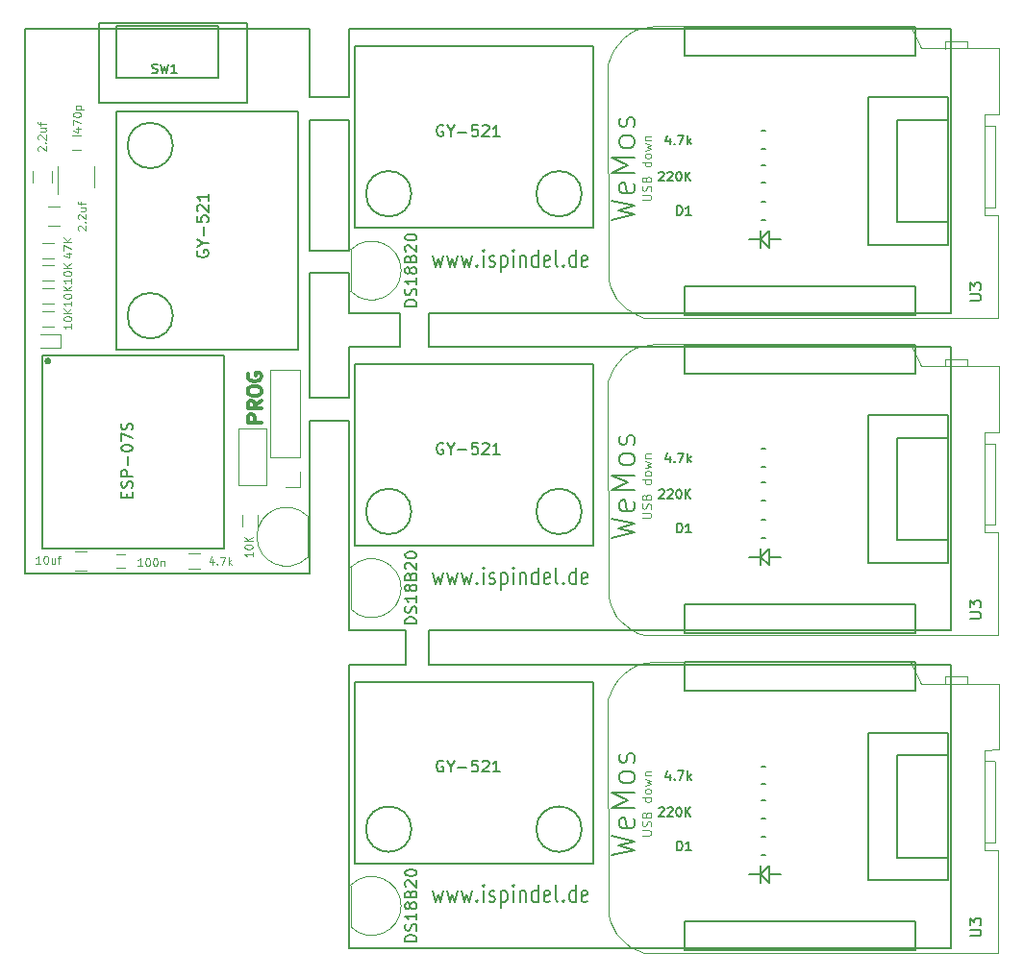
<source format=gbr>
G04 #@! TF.FileFunction,Legend,Top*
%FSLAX46Y46*%
G04 Gerber Fmt 4.6, Leading zero omitted, Abs format (unit mm)*
G04 Created by KiCad (PCBNEW 4.0.6) date 07/26/18 14:24:44*
%MOMM*%
%LPD*%
G01*
G04 APERTURE LIST*
%ADD10C,0.100000*%
%ADD11C,0.150000*%
%ADD12C,0.200000*%
%ADD13C,0.120000*%
%ADD14C,0.300000*%
G04 APERTURE END LIST*
D10*
D11*
X113000000Y-61000000D02*
X67000000Y-61000000D01*
X67000000Y-58000000D02*
X113000000Y-58000000D01*
X60000000Y-61000000D02*
X64500000Y-61000000D01*
X60000000Y-58000000D02*
X64500000Y-58000000D01*
X60000000Y-54500000D02*
X60000000Y-58000000D01*
X60000000Y-41000000D02*
X60000000Y-52500000D01*
X60000000Y-33000000D02*
X60000000Y-39000000D01*
X56500000Y-33000000D02*
X56500000Y-39000000D01*
X56500000Y-52500000D02*
X56500000Y-41000000D01*
X56500000Y-65500000D02*
X56500000Y-54500000D01*
X56500000Y-81000000D02*
X56500000Y-67500000D01*
X60000000Y-67500000D02*
X60000000Y-86000000D01*
X60000000Y-61000000D02*
X60000000Y-65500000D01*
X113000000Y-89000000D02*
X67000000Y-89000000D01*
X67000000Y-86000000D02*
X113000000Y-86000000D01*
X60000000Y-86000000D02*
X65000000Y-86000000D01*
X60000000Y-89000000D02*
X65000000Y-89000000D01*
X67000000Y-86000000D02*
X67000000Y-89000000D01*
X65000000Y-86000000D02*
X65000000Y-89000000D01*
X56500000Y-67500000D02*
X60000000Y-67500000D01*
X56500000Y-65500000D02*
X60000000Y-65500000D01*
X67000000Y-61000000D02*
X67000000Y-58000000D01*
X64500000Y-58000000D02*
X64500000Y-61000000D01*
X56500000Y-54500000D02*
X60000000Y-54500000D01*
X56500000Y-52500000D02*
X60000000Y-52500000D01*
X56500000Y-41000000D02*
X60000000Y-41000000D01*
X56500000Y-39000000D02*
X60000000Y-39000000D01*
D12*
X67392858Y-52928571D02*
X67621429Y-53928571D01*
X67850000Y-53214286D01*
X68078572Y-53928571D01*
X68307143Y-52928571D01*
X68650001Y-52928571D02*
X68878572Y-53928571D01*
X69107143Y-53214286D01*
X69335715Y-53928571D01*
X69564286Y-52928571D01*
X69907144Y-52928571D02*
X70135715Y-53928571D01*
X70364286Y-53214286D01*
X70592858Y-53928571D01*
X70821429Y-52928571D01*
X71278572Y-53785714D02*
X71335715Y-53857143D01*
X71278572Y-53928571D01*
X71221429Y-53857143D01*
X71278572Y-53785714D01*
X71278572Y-53928571D01*
X71850001Y-53928571D02*
X71850001Y-52928571D01*
X71850001Y-52428571D02*
X71792858Y-52500000D01*
X71850001Y-52571429D01*
X71907144Y-52500000D01*
X71850001Y-52428571D01*
X71850001Y-52571429D01*
X72364287Y-53857143D02*
X72478573Y-53928571D01*
X72707145Y-53928571D01*
X72821430Y-53857143D01*
X72878573Y-53714286D01*
X72878573Y-53642857D01*
X72821430Y-53500000D01*
X72707145Y-53428571D01*
X72535716Y-53428571D01*
X72421430Y-53357143D01*
X72364287Y-53214286D01*
X72364287Y-53142857D01*
X72421430Y-53000000D01*
X72535716Y-52928571D01*
X72707145Y-52928571D01*
X72821430Y-53000000D01*
X73392859Y-52928571D02*
X73392859Y-54428571D01*
X73392859Y-53000000D02*
X73507145Y-52928571D01*
X73735716Y-52928571D01*
X73850002Y-53000000D01*
X73907145Y-53071429D01*
X73964288Y-53214286D01*
X73964288Y-53642857D01*
X73907145Y-53785714D01*
X73850002Y-53857143D01*
X73735716Y-53928571D01*
X73507145Y-53928571D01*
X73392859Y-53857143D01*
X74478573Y-53928571D02*
X74478573Y-52928571D01*
X74478573Y-52428571D02*
X74421430Y-52500000D01*
X74478573Y-52571429D01*
X74535716Y-52500000D01*
X74478573Y-52428571D01*
X74478573Y-52571429D01*
X75050002Y-52928571D02*
X75050002Y-53928571D01*
X75050002Y-53071429D02*
X75107145Y-53000000D01*
X75221431Y-52928571D01*
X75392859Y-52928571D01*
X75507145Y-53000000D01*
X75564288Y-53142857D01*
X75564288Y-53928571D01*
X76650002Y-53928571D02*
X76650002Y-52428571D01*
X76650002Y-53857143D02*
X76535716Y-53928571D01*
X76307145Y-53928571D01*
X76192859Y-53857143D01*
X76135716Y-53785714D01*
X76078573Y-53642857D01*
X76078573Y-53214286D01*
X76135716Y-53071429D01*
X76192859Y-53000000D01*
X76307145Y-52928571D01*
X76535716Y-52928571D01*
X76650002Y-53000000D01*
X77678573Y-53857143D02*
X77564287Y-53928571D01*
X77335716Y-53928571D01*
X77221430Y-53857143D01*
X77164287Y-53714286D01*
X77164287Y-53142857D01*
X77221430Y-53000000D01*
X77335716Y-52928571D01*
X77564287Y-52928571D01*
X77678573Y-53000000D01*
X77735716Y-53142857D01*
X77735716Y-53285714D01*
X77164287Y-53428571D01*
X78421430Y-53928571D02*
X78307144Y-53857143D01*
X78250001Y-53714286D01*
X78250001Y-52428571D01*
X78878572Y-53785714D02*
X78935715Y-53857143D01*
X78878572Y-53928571D01*
X78821429Y-53857143D01*
X78878572Y-53785714D01*
X78878572Y-53928571D01*
X79964287Y-53928571D02*
X79964287Y-52428571D01*
X79964287Y-53857143D02*
X79850001Y-53928571D01*
X79621430Y-53928571D01*
X79507144Y-53857143D01*
X79450001Y-53785714D01*
X79392858Y-53642857D01*
X79392858Y-53214286D01*
X79450001Y-53071429D01*
X79507144Y-53000000D01*
X79621430Y-52928571D01*
X79850001Y-52928571D01*
X79964287Y-53000000D01*
X80992858Y-53857143D02*
X80878572Y-53928571D01*
X80650001Y-53928571D01*
X80535715Y-53857143D01*
X80478572Y-53714286D01*
X80478572Y-53142857D01*
X80535715Y-53000000D01*
X80650001Y-52928571D01*
X80878572Y-52928571D01*
X80992858Y-53000000D01*
X81050001Y-53142857D01*
X81050001Y-53285714D01*
X80478572Y-53428571D01*
X96250000Y-51500000D02*
X95250000Y-51500000D01*
X97000000Y-51500000D02*
X98000000Y-51500000D01*
X96250000Y-50750000D02*
X96250000Y-52250000D01*
X97000000Y-50750000D02*
X97000000Y-52250000D01*
X96250000Y-51500000D02*
X97000000Y-50750000D01*
X97000000Y-52250000D02*
X96250000Y-51500000D01*
D11*
X65952381Y-57392857D02*
X64952381Y-57392857D01*
X64952381Y-57154762D01*
X65000000Y-57011904D01*
X65095238Y-56916666D01*
X65190476Y-56869047D01*
X65380952Y-56821428D01*
X65523810Y-56821428D01*
X65714286Y-56869047D01*
X65809524Y-56916666D01*
X65904762Y-57011904D01*
X65952381Y-57154762D01*
X65952381Y-57392857D01*
X65904762Y-56440476D02*
X65952381Y-56297619D01*
X65952381Y-56059523D01*
X65904762Y-55964285D01*
X65857143Y-55916666D01*
X65761905Y-55869047D01*
X65666667Y-55869047D01*
X65571429Y-55916666D01*
X65523810Y-55964285D01*
X65476190Y-56059523D01*
X65428571Y-56250000D01*
X65380952Y-56345238D01*
X65333333Y-56392857D01*
X65238095Y-56440476D01*
X65142857Y-56440476D01*
X65047619Y-56392857D01*
X65000000Y-56345238D01*
X64952381Y-56250000D01*
X64952381Y-56011904D01*
X65000000Y-55869047D01*
X65952381Y-54916666D02*
X65952381Y-55488095D01*
X65952381Y-55202381D02*
X64952381Y-55202381D01*
X65095238Y-55297619D01*
X65190476Y-55392857D01*
X65238095Y-55488095D01*
X65380952Y-54345238D02*
X65333333Y-54440476D01*
X65285714Y-54488095D01*
X65190476Y-54535714D01*
X65142857Y-54535714D01*
X65047619Y-54488095D01*
X65000000Y-54440476D01*
X64952381Y-54345238D01*
X64952381Y-54154761D01*
X65000000Y-54059523D01*
X65047619Y-54011904D01*
X65142857Y-53964285D01*
X65190476Y-53964285D01*
X65285714Y-54011904D01*
X65333333Y-54059523D01*
X65380952Y-54154761D01*
X65380952Y-54345238D01*
X65428571Y-54440476D01*
X65476190Y-54488095D01*
X65571429Y-54535714D01*
X65761905Y-54535714D01*
X65857143Y-54488095D01*
X65904762Y-54440476D01*
X65952381Y-54345238D01*
X65952381Y-54154761D01*
X65904762Y-54059523D01*
X65857143Y-54011904D01*
X65761905Y-53964285D01*
X65571429Y-53964285D01*
X65476190Y-54011904D01*
X65428571Y-54059523D01*
X65380952Y-54154761D01*
X65428571Y-53202380D02*
X65476190Y-53059523D01*
X65523810Y-53011904D01*
X65619048Y-52964285D01*
X65761905Y-52964285D01*
X65857143Y-53011904D01*
X65904762Y-53059523D01*
X65952381Y-53154761D01*
X65952381Y-53535714D01*
X64952381Y-53535714D01*
X64952381Y-53202380D01*
X65000000Y-53107142D01*
X65047619Y-53059523D01*
X65142857Y-53011904D01*
X65238095Y-53011904D01*
X65333333Y-53059523D01*
X65380952Y-53107142D01*
X65428571Y-53202380D01*
X65428571Y-53535714D01*
X65047619Y-52583333D02*
X65000000Y-52535714D01*
X64952381Y-52440476D01*
X64952381Y-52202380D01*
X65000000Y-52107142D01*
X65047619Y-52059523D01*
X65142857Y-52011904D01*
X65238095Y-52011904D01*
X65380952Y-52059523D01*
X65952381Y-52630952D01*
X65952381Y-52011904D01*
X64952381Y-51392857D02*
X64952381Y-51297618D01*
X65000000Y-51202380D01*
X65047619Y-51154761D01*
X65142857Y-51107142D01*
X65333333Y-51059523D01*
X65571429Y-51059523D01*
X65761905Y-51107142D01*
X65857143Y-51154761D01*
X65904762Y-51202380D01*
X65952381Y-51297618D01*
X65952381Y-51392857D01*
X65904762Y-51488095D01*
X65857143Y-51535714D01*
X65761905Y-51583333D01*
X65571429Y-51630952D01*
X65333333Y-51630952D01*
X65142857Y-51583333D01*
X65047619Y-51535714D01*
X65000000Y-51488095D01*
X64952381Y-51392857D01*
X113000000Y-33000000D02*
X60000000Y-33000000D01*
X113000000Y-33000000D02*
X113000000Y-58000000D01*
D12*
X67392858Y-80928571D02*
X67621429Y-81928571D01*
X67850000Y-81214286D01*
X68078572Y-81928571D01*
X68307143Y-80928571D01*
X68650001Y-80928571D02*
X68878572Y-81928571D01*
X69107143Y-81214286D01*
X69335715Y-81928571D01*
X69564286Y-80928571D01*
X69907144Y-80928571D02*
X70135715Y-81928571D01*
X70364286Y-81214286D01*
X70592858Y-81928571D01*
X70821429Y-80928571D01*
X71278572Y-81785714D02*
X71335715Y-81857143D01*
X71278572Y-81928571D01*
X71221429Y-81857143D01*
X71278572Y-81785714D01*
X71278572Y-81928571D01*
X71850001Y-81928571D02*
X71850001Y-80928571D01*
X71850001Y-80428571D02*
X71792858Y-80500000D01*
X71850001Y-80571429D01*
X71907144Y-80500000D01*
X71850001Y-80428571D01*
X71850001Y-80571429D01*
X72364287Y-81857143D02*
X72478573Y-81928571D01*
X72707145Y-81928571D01*
X72821430Y-81857143D01*
X72878573Y-81714286D01*
X72878573Y-81642857D01*
X72821430Y-81500000D01*
X72707145Y-81428571D01*
X72535716Y-81428571D01*
X72421430Y-81357143D01*
X72364287Y-81214286D01*
X72364287Y-81142857D01*
X72421430Y-81000000D01*
X72535716Y-80928571D01*
X72707145Y-80928571D01*
X72821430Y-81000000D01*
X73392859Y-80928571D02*
X73392859Y-82428571D01*
X73392859Y-81000000D02*
X73507145Y-80928571D01*
X73735716Y-80928571D01*
X73850002Y-81000000D01*
X73907145Y-81071429D01*
X73964288Y-81214286D01*
X73964288Y-81642857D01*
X73907145Y-81785714D01*
X73850002Y-81857143D01*
X73735716Y-81928571D01*
X73507145Y-81928571D01*
X73392859Y-81857143D01*
X74478573Y-81928571D02*
X74478573Y-80928571D01*
X74478573Y-80428571D02*
X74421430Y-80500000D01*
X74478573Y-80571429D01*
X74535716Y-80500000D01*
X74478573Y-80428571D01*
X74478573Y-80571429D01*
X75050002Y-80928571D02*
X75050002Y-81928571D01*
X75050002Y-81071429D02*
X75107145Y-81000000D01*
X75221431Y-80928571D01*
X75392859Y-80928571D01*
X75507145Y-81000000D01*
X75564288Y-81142857D01*
X75564288Y-81928571D01*
X76650002Y-81928571D02*
X76650002Y-80428571D01*
X76650002Y-81857143D02*
X76535716Y-81928571D01*
X76307145Y-81928571D01*
X76192859Y-81857143D01*
X76135716Y-81785714D01*
X76078573Y-81642857D01*
X76078573Y-81214286D01*
X76135716Y-81071429D01*
X76192859Y-81000000D01*
X76307145Y-80928571D01*
X76535716Y-80928571D01*
X76650002Y-81000000D01*
X77678573Y-81857143D02*
X77564287Y-81928571D01*
X77335716Y-81928571D01*
X77221430Y-81857143D01*
X77164287Y-81714286D01*
X77164287Y-81142857D01*
X77221430Y-81000000D01*
X77335716Y-80928571D01*
X77564287Y-80928571D01*
X77678573Y-81000000D01*
X77735716Y-81142857D01*
X77735716Y-81285714D01*
X77164287Y-81428571D01*
X78421430Y-81928571D02*
X78307144Y-81857143D01*
X78250001Y-81714286D01*
X78250001Y-80428571D01*
X78878572Y-81785714D02*
X78935715Y-81857143D01*
X78878572Y-81928571D01*
X78821429Y-81857143D01*
X78878572Y-81785714D01*
X78878572Y-81928571D01*
X79964287Y-81928571D02*
X79964287Y-80428571D01*
X79964287Y-81857143D02*
X79850001Y-81928571D01*
X79621430Y-81928571D01*
X79507144Y-81857143D01*
X79450001Y-81785714D01*
X79392858Y-81642857D01*
X79392858Y-81214286D01*
X79450001Y-81071429D01*
X79507144Y-81000000D01*
X79621430Y-80928571D01*
X79850001Y-80928571D01*
X79964287Y-81000000D01*
X80992858Y-81857143D02*
X80878572Y-81928571D01*
X80650001Y-81928571D01*
X80535715Y-81857143D01*
X80478572Y-81714286D01*
X80478572Y-81142857D01*
X80535715Y-81000000D01*
X80650001Y-80928571D01*
X80878572Y-80928571D01*
X80992858Y-81000000D01*
X81050001Y-81142857D01*
X81050001Y-81285714D01*
X80478572Y-81428571D01*
X96250000Y-79500000D02*
X95250000Y-79500000D01*
X97000000Y-79500000D02*
X98000000Y-79500000D01*
X96250000Y-78750000D02*
X96250000Y-80250000D01*
X97000000Y-78750000D02*
X97000000Y-80250000D01*
X96250000Y-79500000D02*
X97000000Y-78750000D01*
X97000000Y-80250000D02*
X96250000Y-79500000D01*
D11*
X65952381Y-85392857D02*
X64952381Y-85392857D01*
X64952381Y-85154762D01*
X65000000Y-85011904D01*
X65095238Y-84916666D01*
X65190476Y-84869047D01*
X65380952Y-84821428D01*
X65523810Y-84821428D01*
X65714286Y-84869047D01*
X65809524Y-84916666D01*
X65904762Y-85011904D01*
X65952381Y-85154762D01*
X65952381Y-85392857D01*
X65904762Y-84440476D02*
X65952381Y-84297619D01*
X65952381Y-84059523D01*
X65904762Y-83964285D01*
X65857143Y-83916666D01*
X65761905Y-83869047D01*
X65666667Y-83869047D01*
X65571429Y-83916666D01*
X65523810Y-83964285D01*
X65476190Y-84059523D01*
X65428571Y-84250000D01*
X65380952Y-84345238D01*
X65333333Y-84392857D01*
X65238095Y-84440476D01*
X65142857Y-84440476D01*
X65047619Y-84392857D01*
X65000000Y-84345238D01*
X64952381Y-84250000D01*
X64952381Y-84011904D01*
X65000000Y-83869047D01*
X65952381Y-82916666D02*
X65952381Y-83488095D01*
X65952381Y-83202381D02*
X64952381Y-83202381D01*
X65095238Y-83297619D01*
X65190476Y-83392857D01*
X65238095Y-83488095D01*
X65380952Y-82345238D02*
X65333333Y-82440476D01*
X65285714Y-82488095D01*
X65190476Y-82535714D01*
X65142857Y-82535714D01*
X65047619Y-82488095D01*
X65000000Y-82440476D01*
X64952381Y-82345238D01*
X64952381Y-82154761D01*
X65000000Y-82059523D01*
X65047619Y-82011904D01*
X65142857Y-81964285D01*
X65190476Y-81964285D01*
X65285714Y-82011904D01*
X65333333Y-82059523D01*
X65380952Y-82154761D01*
X65380952Y-82345238D01*
X65428571Y-82440476D01*
X65476190Y-82488095D01*
X65571429Y-82535714D01*
X65761905Y-82535714D01*
X65857143Y-82488095D01*
X65904762Y-82440476D01*
X65952381Y-82345238D01*
X65952381Y-82154761D01*
X65904762Y-82059523D01*
X65857143Y-82011904D01*
X65761905Y-81964285D01*
X65571429Y-81964285D01*
X65476190Y-82011904D01*
X65428571Y-82059523D01*
X65380952Y-82154761D01*
X65428571Y-81202380D02*
X65476190Y-81059523D01*
X65523810Y-81011904D01*
X65619048Y-80964285D01*
X65761905Y-80964285D01*
X65857143Y-81011904D01*
X65904762Y-81059523D01*
X65952381Y-81154761D01*
X65952381Y-81535714D01*
X64952381Y-81535714D01*
X64952381Y-81202380D01*
X65000000Y-81107142D01*
X65047619Y-81059523D01*
X65142857Y-81011904D01*
X65238095Y-81011904D01*
X65333333Y-81059523D01*
X65380952Y-81107142D01*
X65428571Y-81202380D01*
X65428571Y-81535714D01*
X65047619Y-80583333D02*
X65000000Y-80535714D01*
X64952381Y-80440476D01*
X64952381Y-80202380D01*
X65000000Y-80107142D01*
X65047619Y-80059523D01*
X65142857Y-80011904D01*
X65238095Y-80011904D01*
X65380952Y-80059523D01*
X65952381Y-80630952D01*
X65952381Y-80011904D01*
X64952381Y-79392857D02*
X64952381Y-79297618D01*
X65000000Y-79202380D01*
X65047619Y-79154761D01*
X65142857Y-79107142D01*
X65333333Y-79059523D01*
X65571429Y-79059523D01*
X65761905Y-79107142D01*
X65857143Y-79154761D01*
X65904762Y-79202380D01*
X65952381Y-79297618D01*
X65952381Y-79392857D01*
X65904762Y-79488095D01*
X65857143Y-79535714D01*
X65761905Y-79583333D01*
X65571429Y-79630952D01*
X65333333Y-79630952D01*
X65142857Y-79583333D01*
X65047619Y-79535714D01*
X65000000Y-79488095D01*
X64952381Y-79392857D01*
X113000000Y-61000000D02*
X113000000Y-86000000D01*
D12*
X67392858Y-108928571D02*
X67621429Y-109928571D01*
X67850000Y-109214286D01*
X68078572Y-109928571D01*
X68307143Y-108928571D01*
X68650001Y-108928571D02*
X68878572Y-109928571D01*
X69107143Y-109214286D01*
X69335715Y-109928571D01*
X69564286Y-108928571D01*
X69907144Y-108928571D02*
X70135715Y-109928571D01*
X70364286Y-109214286D01*
X70592858Y-109928571D01*
X70821429Y-108928571D01*
X71278572Y-109785714D02*
X71335715Y-109857143D01*
X71278572Y-109928571D01*
X71221429Y-109857143D01*
X71278572Y-109785714D01*
X71278572Y-109928571D01*
X71850001Y-109928571D02*
X71850001Y-108928571D01*
X71850001Y-108428571D02*
X71792858Y-108500000D01*
X71850001Y-108571429D01*
X71907144Y-108500000D01*
X71850001Y-108428571D01*
X71850001Y-108571429D01*
X72364287Y-109857143D02*
X72478573Y-109928571D01*
X72707145Y-109928571D01*
X72821430Y-109857143D01*
X72878573Y-109714286D01*
X72878573Y-109642857D01*
X72821430Y-109500000D01*
X72707145Y-109428571D01*
X72535716Y-109428571D01*
X72421430Y-109357143D01*
X72364287Y-109214286D01*
X72364287Y-109142857D01*
X72421430Y-109000000D01*
X72535716Y-108928571D01*
X72707145Y-108928571D01*
X72821430Y-109000000D01*
X73392859Y-108928571D02*
X73392859Y-110428571D01*
X73392859Y-109000000D02*
X73507145Y-108928571D01*
X73735716Y-108928571D01*
X73850002Y-109000000D01*
X73907145Y-109071429D01*
X73964288Y-109214286D01*
X73964288Y-109642857D01*
X73907145Y-109785714D01*
X73850002Y-109857143D01*
X73735716Y-109928571D01*
X73507145Y-109928571D01*
X73392859Y-109857143D01*
X74478573Y-109928571D02*
X74478573Y-108928571D01*
X74478573Y-108428571D02*
X74421430Y-108500000D01*
X74478573Y-108571429D01*
X74535716Y-108500000D01*
X74478573Y-108428571D01*
X74478573Y-108571429D01*
X75050002Y-108928571D02*
X75050002Y-109928571D01*
X75050002Y-109071429D02*
X75107145Y-109000000D01*
X75221431Y-108928571D01*
X75392859Y-108928571D01*
X75507145Y-109000000D01*
X75564288Y-109142857D01*
X75564288Y-109928571D01*
X76650002Y-109928571D02*
X76650002Y-108428571D01*
X76650002Y-109857143D02*
X76535716Y-109928571D01*
X76307145Y-109928571D01*
X76192859Y-109857143D01*
X76135716Y-109785714D01*
X76078573Y-109642857D01*
X76078573Y-109214286D01*
X76135716Y-109071429D01*
X76192859Y-109000000D01*
X76307145Y-108928571D01*
X76535716Y-108928571D01*
X76650002Y-109000000D01*
X77678573Y-109857143D02*
X77564287Y-109928571D01*
X77335716Y-109928571D01*
X77221430Y-109857143D01*
X77164287Y-109714286D01*
X77164287Y-109142857D01*
X77221430Y-109000000D01*
X77335716Y-108928571D01*
X77564287Y-108928571D01*
X77678573Y-109000000D01*
X77735716Y-109142857D01*
X77735716Y-109285714D01*
X77164287Y-109428571D01*
X78421430Y-109928571D02*
X78307144Y-109857143D01*
X78250001Y-109714286D01*
X78250001Y-108428571D01*
X78878572Y-109785714D02*
X78935715Y-109857143D01*
X78878572Y-109928571D01*
X78821429Y-109857143D01*
X78878572Y-109785714D01*
X78878572Y-109928571D01*
X79964287Y-109928571D02*
X79964287Y-108428571D01*
X79964287Y-109857143D02*
X79850001Y-109928571D01*
X79621430Y-109928571D01*
X79507144Y-109857143D01*
X79450001Y-109785714D01*
X79392858Y-109642857D01*
X79392858Y-109214286D01*
X79450001Y-109071429D01*
X79507144Y-109000000D01*
X79621430Y-108928571D01*
X79850001Y-108928571D01*
X79964287Y-109000000D01*
X80992858Y-109857143D02*
X80878572Y-109928571D01*
X80650001Y-109928571D01*
X80535715Y-109857143D01*
X80478572Y-109714286D01*
X80478572Y-109142857D01*
X80535715Y-109000000D01*
X80650001Y-108928571D01*
X80878572Y-108928571D01*
X80992858Y-109000000D01*
X81050001Y-109142857D01*
X81050001Y-109285714D01*
X80478572Y-109428571D01*
X96250000Y-107500000D02*
X95250000Y-107500000D01*
X97000000Y-107500000D02*
X98000000Y-107500000D01*
X96250000Y-106750000D02*
X96250000Y-108250000D01*
X97000000Y-106750000D02*
X97000000Y-108250000D01*
X96250000Y-107500000D02*
X97000000Y-106750000D01*
X97000000Y-108250000D02*
X96250000Y-107500000D01*
D11*
X65952381Y-113392857D02*
X64952381Y-113392857D01*
X64952381Y-113154762D01*
X65000000Y-113011904D01*
X65095238Y-112916666D01*
X65190476Y-112869047D01*
X65380952Y-112821428D01*
X65523810Y-112821428D01*
X65714286Y-112869047D01*
X65809524Y-112916666D01*
X65904762Y-113011904D01*
X65952381Y-113154762D01*
X65952381Y-113392857D01*
X65904762Y-112440476D02*
X65952381Y-112297619D01*
X65952381Y-112059523D01*
X65904762Y-111964285D01*
X65857143Y-111916666D01*
X65761905Y-111869047D01*
X65666667Y-111869047D01*
X65571429Y-111916666D01*
X65523810Y-111964285D01*
X65476190Y-112059523D01*
X65428571Y-112250000D01*
X65380952Y-112345238D01*
X65333333Y-112392857D01*
X65238095Y-112440476D01*
X65142857Y-112440476D01*
X65047619Y-112392857D01*
X65000000Y-112345238D01*
X64952381Y-112250000D01*
X64952381Y-112011904D01*
X65000000Y-111869047D01*
X65952381Y-110916666D02*
X65952381Y-111488095D01*
X65952381Y-111202381D02*
X64952381Y-111202381D01*
X65095238Y-111297619D01*
X65190476Y-111392857D01*
X65238095Y-111488095D01*
X65380952Y-110345238D02*
X65333333Y-110440476D01*
X65285714Y-110488095D01*
X65190476Y-110535714D01*
X65142857Y-110535714D01*
X65047619Y-110488095D01*
X65000000Y-110440476D01*
X64952381Y-110345238D01*
X64952381Y-110154761D01*
X65000000Y-110059523D01*
X65047619Y-110011904D01*
X65142857Y-109964285D01*
X65190476Y-109964285D01*
X65285714Y-110011904D01*
X65333333Y-110059523D01*
X65380952Y-110154761D01*
X65380952Y-110345238D01*
X65428571Y-110440476D01*
X65476190Y-110488095D01*
X65571429Y-110535714D01*
X65761905Y-110535714D01*
X65857143Y-110488095D01*
X65904762Y-110440476D01*
X65952381Y-110345238D01*
X65952381Y-110154761D01*
X65904762Y-110059523D01*
X65857143Y-110011904D01*
X65761905Y-109964285D01*
X65571429Y-109964285D01*
X65476190Y-110011904D01*
X65428571Y-110059523D01*
X65380952Y-110154761D01*
X65428571Y-109202380D02*
X65476190Y-109059523D01*
X65523810Y-109011904D01*
X65619048Y-108964285D01*
X65761905Y-108964285D01*
X65857143Y-109011904D01*
X65904762Y-109059523D01*
X65952381Y-109154761D01*
X65952381Y-109535714D01*
X64952381Y-109535714D01*
X64952381Y-109202380D01*
X65000000Y-109107142D01*
X65047619Y-109059523D01*
X65142857Y-109011904D01*
X65238095Y-109011904D01*
X65333333Y-109059523D01*
X65380952Y-109107142D01*
X65428571Y-109202380D01*
X65428571Y-109535714D01*
X65047619Y-108583333D02*
X65000000Y-108535714D01*
X64952381Y-108440476D01*
X64952381Y-108202380D01*
X65000000Y-108107142D01*
X65047619Y-108059523D01*
X65142857Y-108011904D01*
X65238095Y-108011904D01*
X65380952Y-108059523D01*
X65952381Y-108630952D01*
X65952381Y-108011904D01*
X64952381Y-107392857D02*
X64952381Y-107297618D01*
X65000000Y-107202380D01*
X65047619Y-107154761D01*
X65142857Y-107107142D01*
X65333333Y-107059523D01*
X65571429Y-107059523D01*
X65761905Y-107107142D01*
X65857143Y-107154761D01*
X65904762Y-107202380D01*
X65952381Y-107297618D01*
X65952381Y-107392857D01*
X65904762Y-107488095D01*
X65857143Y-107535714D01*
X65761905Y-107583333D01*
X65571429Y-107630952D01*
X65333333Y-107630952D01*
X65142857Y-107583333D01*
X65047619Y-107535714D01*
X65000000Y-107488095D01*
X64952381Y-107392857D01*
X60000000Y-114000000D02*
X113000000Y-114000000D01*
X60000000Y-89000000D02*
X60000000Y-114000000D01*
X113000000Y-89000000D02*
X113000000Y-114000000D01*
X31500000Y-33000000D02*
X56500000Y-33000000D01*
X31500000Y-34500000D02*
X31500000Y-33000000D01*
X31500000Y-81000000D02*
X56500000Y-81000000D01*
X31500000Y-80500000D02*
X31500000Y-81000000D01*
X31500000Y-80500000D02*
X31500000Y-34500000D01*
X105750000Y-45500000D02*
X105750000Y-52000000D01*
X105750000Y-52000000D02*
X112750000Y-52000000D01*
X112750000Y-52000000D02*
X112750000Y-39000000D01*
X112750000Y-39000000D02*
X105750000Y-39000000D01*
X105750000Y-39000000D02*
X105750000Y-45500000D01*
D10*
X116850000Y-48690000D02*
X116020000Y-48680000D01*
X116860000Y-41520000D02*
X116040000Y-41520000D01*
D11*
X89570000Y-35340000D02*
X89570000Y-32800000D01*
X89570000Y-32800000D02*
X109890000Y-32800000D01*
X109890000Y-32800000D02*
X109890000Y-35340000D01*
X109890000Y-35340000D02*
X89570000Y-35340000D01*
X89570000Y-58200000D02*
X89570000Y-55660000D01*
X89570000Y-55660000D02*
X109890000Y-55660000D01*
X109890000Y-55660000D02*
X109890000Y-58200000D01*
X109890000Y-58200000D02*
X89570000Y-58200000D01*
D10*
X117277228Y-34682528D02*
X117277228Y-40493820D01*
X117277228Y-40493820D02*
X115993795Y-40520151D01*
X115993795Y-40520151D02*
X116000483Y-49351373D01*
X116000483Y-49351373D02*
X117202736Y-49349397D01*
X117202736Y-49349397D02*
X117176658Y-58430193D01*
X117176658Y-58430193D02*
X86006507Y-58416195D01*
X86006507Y-58416195D02*
X85403714Y-58183384D01*
X85403714Y-58183384D02*
X84858833Y-57899901D01*
X84858833Y-57899901D02*
X84372423Y-57565253D01*
X84372423Y-57565253D02*
X83945048Y-57178953D01*
X83945048Y-57178953D02*
X83577259Y-56740512D01*
X83577259Y-56740512D02*
X83269623Y-56249440D01*
X83269623Y-56249440D02*
X83022690Y-55705250D01*
X83022690Y-55705250D02*
X82837024Y-55107453D01*
X82837024Y-55107453D02*
X82808266Y-36069540D01*
X82808266Y-36069540D02*
X83042259Y-35450176D01*
X83042259Y-35450176D02*
X83326742Y-34861982D01*
X83326742Y-34861982D02*
X83676257Y-34318555D01*
X83676257Y-34318555D02*
X84105342Y-33833497D01*
X84105342Y-33833497D02*
X84628540Y-33420405D01*
X84628540Y-33420405D02*
X85260387Y-33092878D01*
X85260387Y-33092878D02*
X86015425Y-32864518D01*
X86015425Y-32864518D02*
X86908193Y-32748922D01*
X86908193Y-32748922D02*
X109463285Y-32723974D01*
X109463285Y-32723974D02*
X110424181Y-34667520D01*
X110424181Y-34667520D02*
X117232524Y-34697314D01*
X116865188Y-41540069D02*
X116865188Y-48679650D01*
X112483738Y-34721122D02*
X112483738Y-34068483D01*
X112483738Y-34068483D02*
X114476932Y-34068483D01*
X114476932Y-34068483D02*
X114476932Y-34685844D01*
D11*
X80500000Y-47500000D02*
G75*
G03X80500000Y-47500000I-2000000J0D01*
G01*
X65500000Y-47500000D02*
G75*
G03X65500000Y-47500000I-2000000J0D01*
G01*
X60500000Y-34500000D02*
X81500000Y-34500000D01*
X81500000Y-34500000D02*
X81500000Y-50500000D01*
X81500000Y-50500000D02*
X60500000Y-50500000D01*
X60500000Y-50500000D02*
X60500000Y-34500000D01*
D13*
X60150000Y-52470000D02*
X60150000Y-56070000D01*
X60161522Y-52431522D02*
G75*
G02X64600000Y-54270000I1838478J-1838478D01*
G01*
X60161522Y-56108478D02*
G75*
G03X64600000Y-54270000I1838478J1838478D01*
G01*
D11*
X112750000Y-45500000D02*
X112750000Y-41000000D01*
X112750000Y-41000000D02*
X108250000Y-41000000D01*
X108250000Y-41000000D02*
X108250000Y-50000000D01*
X108250000Y-50000000D02*
X112500000Y-50000000D01*
X112500000Y-50000000D02*
X112750000Y-50000000D01*
X112750000Y-50000000D02*
X112750000Y-45500000D01*
X96500000Y-46550100D02*
X96700660Y-46550100D01*
X96500000Y-46550100D02*
X96299340Y-46550100D01*
X96400940Y-44949900D02*
X96299340Y-44949900D01*
X96299340Y-44949900D02*
X96700660Y-44949900D01*
X96500000Y-41949900D02*
X96299340Y-41949900D01*
X96500000Y-41949900D02*
X96700660Y-41949900D01*
X96599060Y-43550100D02*
X96700660Y-43550100D01*
X96700660Y-43550100D02*
X96299340Y-43550100D01*
X96500000Y-48199900D02*
X96299340Y-48199900D01*
X96500000Y-48199900D02*
X96700660Y-48199900D01*
X96599060Y-49800100D02*
X96700660Y-49800100D01*
X96700660Y-49800100D02*
X96299340Y-49800100D01*
X105750000Y-73500000D02*
X105750000Y-80000000D01*
X105750000Y-80000000D02*
X112750000Y-80000000D01*
X112750000Y-80000000D02*
X112750000Y-67000000D01*
X112750000Y-67000000D02*
X105750000Y-67000000D01*
X105750000Y-67000000D02*
X105750000Y-73500000D01*
D10*
X116850000Y-76690000D02*
X116020000Y-76680000D01*
X116860000Y-69520000D02*
X116040000Y-69520000D01*
D11*
X89570000Y-63340000D02*
X89570000Y-60800000D01*
X89570000Y-60800000D02*
X109890000Y-60800000D01*
X109890000Y-60800000D02*
X109890000Y-63340000D01*
X109890000Y-63340000D02*
X89570000Y-63340000D01*
X89570000Y-86200000D02*
X89570000Y-83660000D01*
X89570000Y-83660000D02*
X109890000Y-83660000D01*
X109890000Y-83660000D02*
X109890000Y-86200000D01*
X109890000Y-86200000D02*
X89570000Y-86200000D01*
D10*
X117277228Y-62682528D02*
X117277228Y-68493820D01*
X117277228Y-68493820D02*
X115993795Y-68520151D01*
X115993795Y-68520151D02*
X116000483Y-77351373D01*
X116000483Y-77351373D02*
X117202736Y-77349397D01*
X117202736Y-77349397D02*
X117176658Y-86430193D01*
X117176658Y-86430193D02*
X86006507Y-86416195D01*
X86006507Y-86416195D02*
X85403714Y-86183384D01*
X85403714Y-86183384D02*
X84858833Y-85899901D01*
X84858833Y-85899901D02*
X84372423Y-85565253D01*
X84372423Y-85565253D02*
X83945048Y-85178953D01*
X83945048Y-85178953D02*
X83577259Y-84740512D01*
X83577259Y-84740512D02*
X83269623Y-84249440D01*
X83269623Y-84249440D02*
X83022690Y-83705250D01*
X83022690Y-83705250D02*
X82837024Y-83107453D01*
X82837024Y-83107453D02*
X82808266Y-64069540D01*
X82808266Y-64069540D02*
X83042259Y-63450176D01*
X83042259Y-63450176D02*
X83326742Y-62861982D01*
X83326742Y-62861982D02*
X83676257Y-62318555D01*
X83676257Y-62318555D02*
X84105342Y-61833497D01*
X84105342Y-61833497D02*
X84628540Y-61420405D01*
X84628540Y-61420405D02*
X85260387Y-61092878D01*
X85260387Y-61092878D02*
X86015425Y-60864518D01*
X86015425Y-60864518D02*
X86908193Y-60748922D01*
X86908193Y-60748922D02*
X109463285Y-60723974D01*
X109463285Y-60723974D02*
X110424181Y-62667520D01*
X110424181Y-62667520D02*
X117232524Y-62697314D01*
X116865188Y-69540069D02*
X116865188Y-76679650D01*
X112483738Y-62721122D02*
X112483738Y-62068483D01*
X112483738Y-62068483D02*
X114476932Y-62068483D01*
X114476932Y-62068483D02*
X114476932Y-62685844D01*
D11*
X80500000Y-75500000D02*
G75*
G03X80500000Y-75500000I-2000000J0D01*
G01*
X65500000Y-75500000D02*
G75*
G03X65500000Y-75500000I-2000000J0D01*
G01*
X60500000Y-62500000D02*
X81500000Y-62500000D01*
X81500000Y-62500000D02*
X81500000Y-78500000D01*
X81500000Y-78500000D02*
X60500000Y-78500000D01*
X60500000Y-78500000D02*
X60500000Y-62500000D01*
D13*
X60150000Y-80470000D02*
X60150000Y-84070000D01*
X60161522Y-80431522D02*
G75*
G02X64600000Y-82270000I1838478J-1838478D01*
G01*
X60161522Y-84108478D02*
G75*
G03X64600000Y-82270000I1838478J1838478D01*
G01*
D11*
X112750000Y-73500000D02*
X112750000Y-69000000D01*
X112750000Y-69000000D02*
X108250000Y-69000000D01*
X108250000Y-69000000D02*
X108250000Y-78000000D01*
X108250000Y-78000000D02*
X112500000Y-78000000D01*
X112500000Y-78000000D02*
X112750000Y-78000000D01*
X112750000Y-78000000D02*
X112750000Y-73500000D01*
X96500000Y-74550100D02*
X96700660Y-74550100D01*
X96500000Y-74550100D02*
X96299340Y-74550100D01*
X96400940Y-72949900D02*
X96299340Y-72949900D01*
X96299340Y-72949900D02*
X96700660Y-72949900D01*
X96500000Y-69949900D02*
X96299340Y-69949900D01*
X96500000Y-69949900D02*
X96700660Y-69949900D01*
X96599060Y-71550100D02*
X96700660Y-71550100D01*
X96700660Y-71550100D02*
X96299340Y-71550100D01*
X96500000Y-76199900D02*
X96299340Y-76199900D01*
X96500000Y-76199900D02*
X96700660Y-76199900D01*
X96599060Y-77800100D02*
X96700660Y-77800100D01*
X96700660Y-77800100D02*
X96299340Y-77800100D01*
X105750000Y-101500000D02*
X105750000Y-108000000D01*
X105750000Y-108000000D02*
X112750000Y-108000000D01*
X112750000Y-108000000D02*
X112750000Y-95000000D01*
X112750000Y-95000000D02*
X105750000Y-95000000D01*
X105750000Y-95000000D02*
X105750000Y-101500000D01*
D10*
X116850000Y-104690000D02*
X116020000Y-104680000D01*
X116860000Y-97520000D02*
X116040000Y-97520000D01*
D11*
X89570000Y-91340000D02*
X89570000Y-88800000D01*
X89570000Y-88800000D02*
X109890000Y-88800000D01*
X109890000Y-88800000D02*
X109890000Y-91340000D01*
X109890000Y-91340000D02*
X89570000Y-91340000D01*
X89570000Y-114200000D02*
X89570000Y-111660000D01*
X89570000Y-111660000D02*
X109890000Y-111660000D01*
X109890000Y-111660000D02*
X109890000Y-114200000D01*
X109890000Y-114200000D02*
X89570000Y-114200000D01*
D10*
X117277228Y-90682528D02*
X117277228Y-96493820D01*
X117277228Y-96493820D02*
X115993795Y-96520151D01*
X115993795Y-96520151D02*
X116000483Y-105351373D01*
X116000483Y-105351373D02*
X117202736Y-105349397D01*
X117202736Y-105349397D02*
X117176658Y-114430193D01*
X117176658Y-114430193D02*
X86006507Y-114416195D01*
X86006507Y-114416195D02*
X85403714Y-114183384D01*
X85403714Y-114183384D02*
X84858833Y-113899901D01*
X84858833Y-113899901D02*
X84372423Y-113565253D01*
X84372423Y-113565253D02*
X83945048Y-113178953D01*
X83945048Y-113178953D02*
X83577259Y-112740512D01*
X83577259Y-112740512D02*
X83269623Y-112249440D01*
X83269623Y-112249440D02*
X83022690Y-111705250D01*
X83022690Y-111705250D02*
X82837024Y-111107453D01*
X82837024Y-111107453D02*
X82808266Y-92069540D01*
X82808266Y-92069540D02*
X83042259Y-91450176D01*
X83042259Y-91450176D02*
X83326742Y-90861982D01*
X83326742Y-90861982D02*
X83676257Y-90318555D01*
X83676257Y-90318555D02*
X84105342Y-89833497D01*
X84105342Y-89833497D02*
X84628540Y-89420405D01*
X84628540Y-89420405D02*
X85260387Y-89092878D01*
X85260387Y-89092878D02*
X86015425Y-88864518D01*
X86015425Y-88864518D02*
X86908193Y-88748922D01*
X86908193Y-88748922D02*
X109463285Y-88723974D01*
X109463285Y-88723974D02*
X110424181Y-90667520D01*
X110424181Y-90667520D02*
X117232524Y-90697314D01*
X116865188Y-97540069D02*
X116865188Y-104679650D01*
X112483738Y-90721122D02*
X112483738Y-90068483D01*
X112483738Y-90068483D02*
X114476932Y-90068483D01*
X114476932Y-90068483D02*
X114476932Y-90685844D01*
D11*
X80500000Y-103500000D02*
G75*
G03X80500000Y-103500000I-2000000J0D01*
G01*
X65500000Y-103500000D02*
G75*
G03X65500000Y-103500000I-2000000J0D01*
G01*
X60500000Y-90500000D02*
X81500000Y-90500000D01*
X81500000Y-90500000D02*
X81500000Y-106500000D01*
X81500000Y-106500000D02*
X60500000Y-106500000D01*
X60500000Y-106500000D02*
X60500000Y-90500000D01*
D13*
X60150000Y-108470000D02*
X60150000Y-112070000D01*
X60161522Y-108431522D02*
G75*
G02X64600000Y-110270000I1838478J-1838478D01*
G01*
X60161522Y-112108478D02*
G75*
G03X64600000Y-110270000I1838478J1838478D01*
G01*
D11*
X112750000Y-101500000D02*
X112750000Y-97000000D01*
X112750000Y-97000000D02*
X108250000Y-97000000D01*
X108250000Y-97000000D02*
X108250000Y-106000000D01*
X108250000Y-106000000D02*
X112500000Y-106000000D01*
X112500000Y-106000000D02*
X112750000Y-106000000D01*
X112750000Y-106000000D02*
X112750000Y-101500000D01*
X96500000Y-102550100D02*
X96700660Y-102550100D01*
X96500000Y-102550100D02*
X96299340Y-102550100D01*
X96400940Y-100949900D02*
X96299340Y-100949900D01*
X96299340Y-100949900D02*
X96700660Y-100949900D01*
X96500000Y-97949900D02*
X96299340Y-97949900D01*
X96500000Y-97949900D02*
X96700660Y-97949900D01*
X96599060Y-99550100D02*
X96700660Y-99550100D01*
X96700660Y-99550100D02*
X96299340Y-99550100D01*
X96500000Y-104199900D02*
X96299340Y-104199900D01*
X96500000Y-104199900D02*
X96700660Y-104199900D01*
X96599060Y-105800100D02*
X96700660Y-105800100D01*
X96700660Y-105800100D02*
X96299340Y-105800100D01*
X44500000Y-58250000D02*
G75*
G03X44500000Y-58250000I-2000000J0D01*
G01*
X44500000Y-43250000D02*
G75*
G03X44500000Y-43250000I-2000000J0D01*
G01*
X55500000Y-40250000D02*
X55500000Y-61250000D01*
X55500000Y-61250000D02*
X39500000Y-61250000D01*
X39500000Y-61250000D02*
X39500000Y-40250000D01*
X39500000Y-40250000D02*
X55500000Y-40250000D01*
D10*
X52700000Y-73200000D02*
X50300000Y-73200000D01*
X50300000Y-73200000D02*
X50300000Y-68200000D01*
X50300000Y-68200000D02*
X52700000Y-68200000D01*
X52700000Y-68200000D02*
X52700000Y-73200000D01*
D11*
X33500000Y-62250000D02*
G75*
G03X33500000Y-62250000I-100000J0D01*
G01*
X33723607Y-62250000D02*
G75*
G03X33723607Y-62250000I-223607J0D01*
G01*
X33600000Y-62250000D02*
G75*
G03X33600000Y-62250000I-100000J0D01*
G01*
X49000000Y-61750000D02*
X49000000Y-78750000D01*
X49000000Y-78750000D02*
X33000000Y-78750000D01*
X33000000Y-78750000D02*
X33000000Y-61750000D01*
X33000000Y-61750000D02*
X49000000Y-61750000D01*
D13*
X33500000Y-50350000D02*
X34500000Y-50350000D01*
X34500000Y-48650000D02*
X33500000Y-48650000D01*
X35650000Y-42400000D02*
X36350000Y-42400000D01*
X36350000Y-43600000D02*
X35650000Y-43600000D01*
X33850000Y-46500000D02*
X33850000Y-45500000D01*
X32150000Y-45500000D02*
X32150000Y-46500000D01*
X33000000Y-51820000D02*
X34000000Y-51820000D01*
X34000000Y-53180000D02*
X33000000Y-53180000D01*
X46850000Y-80570000D02*
X45850000Y-80570000D01*
X45850000Y-79210000D02*
X46850000Y-79210000D01*
X34000000Y-55180000D02*
X33000000Y-55180000D01*
X33000000Y-53820000D02*
X34000000Y-53820000D01*
X37610000Y-46900000D02*
X37610000Y-45100000D01*
X34390000Y-45100000D02*
X34390000Y-47550000D01*
X56350000Y-79530000D02*
X56350000Y-75930000D01*
X56338478Y-79568478D02*
G75*
G02X51900000Y-77730000I-1838478J1838478D01*
G01*
X56338478Y-75891522D02*
G75*
G03X51900000Y-77730000I-1838478J-1838478D01*
G01*
X40250000Y-80500000D02*
X39550000Y-80500000D01*
X39550000Y-79300000D02*
X40250000Y-79300000D01*
X35900000Y-80750000D02*
X36900000Y-80750000D01*
X36900000Y-79050000D02*
X35900000Y-79050000D01*
X33000000Y-55820000D02*
X34000000Y-55820000D01*
X34000000Y-57180000D02*
X33000000Y-57180000D01*
X34000000Y-59180000D02*
X33000000Y-59180000D01*
X33000000Y-57820000D02*
X34000000Y-57820000D01*
X51980000Y-75800000D02*
X51980000Y-76800000D01*
X50620000Y-76800000D02*
X50620000Y-75800000D01*
X55730000Y-63050000D02*
X53070000Y-63050000D01*
X55730000Y-70730000D02*
X55730000Y-63050000D01*
X53070000Y-70730000D02*
X53070000Y-63050000D01*
X55730000Y-70730000D02*
X53070000Y-70730000D01*
X55730000Y-72000000D02*
X55730000Y-73330000D01*
X55730000Y-73330000D02*
X54400000Y-73330000D01*
X34650000Y-61100000D02*
X34650000Y-59900000D01*
X32800000Y-61100000D02*
X34650000Y-61100000D01*
X32800000Y-59900000D02*
X34650000Y-59900000D01*
D11*
X44000000Y-32750000D02*
X39500000Y-32750000D01*
X39500000Y-32750000D02*
X39500000Y-37250000D01*
X39500000Y-37250000D02*
X48500000Y-37250000D01*
X48500000Y-37250000D02*
X48500000Y-33000000D01*
X48500000Y-33000000D02*
X48500000Y-32750000D01*
X48500000Y-32750000D02*
X44000000Y-32750000D01*
X44500000Y-39500000D02*
X51000000Y-39500000D01*
X51000000Y-39500000D02*
X51000000Y-32500000D01*
X51000000Y-32500000D02*
X38000000Y-32500000D01*
X38000000Y-32500000D02*
X38000000Y-39500000D01*
X38000000Y-39500000D02*
X44500000Y-39500000D01*
X114676381Y-56929905D02*
X115485905Y-56929905D01*
X115581143Y-56882286D01*
X115628762Y-56834667D01*
X115676381Y-56739429D01*
X115676381Y-56548952D01*
X115628762Y-56453714D01*
X115581143Y-56406095D01*
X115485905Y-56358476D01*
X114676381Y-56358476D01*
X114676381Y-55977524D02*
X114676381Y-55358476D01*
X115057333Y-55691810D01*
X115057333Y-55548952D01*
X115104952Y-55453714D01*
X115152571Y-55406095D01*
X115247810Y-55358476D01*
X115485905Y-55358476D01*
X115581143Y-55406095D01*
X115628762Y-55453714D01*
X115676381Y-55548952D01*
X115676381Y-55834667D01*
X115628762Y-55929905D01*
X115581143Y-55977524D01*
D13*
X85811905Y-48069048D02*
X86459524Y-48069048D01*
X86535714Y-48030953D01*
X86573810Y-47992857D01*
X86611905Y-47916667D01*
X86611905Y-47764286D01*
X86573810Y-47688095D01*
X86535714Y-47650000D01*
X86459524Y-47611905D01*
X85811905Y-47611905D01*
X86573810Y-47269048D02*
X86611905Y-47154762D01*
X86611905Y-46964286D01*
X86573810Y-46888096D01*
X86535714Y-46850000D01*
X86459524Y-46811905D01*
X86383333Y-46811905D01*
X86307143Y-46850000D01*
X86269048Y-46888096D01*
X86230952Y-46964286D01*
X86192857Y-47116667D01*
X86154762Y-47192858D01*
X86116667Y-47230953D01*
X86040476Y-47269048D01*
X85964286Y-47269048D01*
X85888095Y-47230953D01*
X85850000Y-47192858D01*
X85811905Y-47116667D01*
X85811905Y-46926191D01*
X85850000Y-46811905D01*
X86192857Y-46202381D02*
X86230952Y-46088095D01*
X86269048Y-46050000D01*
X86345238Y-46011905D01*
X86459524Y-46011905D01*
X86535714Y-46050000D01*
X86573810Y-46088095D01*
X86611905Y-46164286D01*
X86611905Y-46469048D01*
X85811905Y-46469048D01*
X85811905Y-46202381D01*
X85850000Y-46126191D01*
X85888095Y-46088095D01*
X85964286Y-46050000D01*
X86040476Y-46050000D01*
X86116667Y-46088095D01*
X86154762Y-46126191D01*
X86192857Y-46202381D01*
X86192857Y-46469048D01*
X86611905Y-44716667D02*
X85811905Y-44716667D01*
X86573810Y-44716667D02*
X86611905Y-44792857D01*
X86611905Y-44945238D01*
X86573810Y-45021429D01*
X86535714Y-45059524D01*
X86459524Y-45097619D01*
X86230952Y-45097619D01*
X86154762Y-45059524D01*
X86116667Y-45021429D01*
X86078571Y-44945238D01*
X86078571Y-44792857D01*
X86116667Y-44716667D01*
X86611905Y-44221428D02*
X86573810Y-44297619D01*
X86535714Y-44335714D01*
X86459524Y-44373809D01*
X86230952Y-44373809D01*
X86154762Y-44335714D01*
X86116667Y-44297619D01*
X86078571Y-44221428D01*
X86078571Y-44107142D01*
X86116667Y-44030952D01*
X86154762Y-43992857D01*
X86230952Y-43954761D01*
X86459524Y-43954761D01*
X86535714Y-43992857D01*
X86573810Y-44030952D01*
X86611905Y-44107142D01*
X86611905Y-44221428D01*
X86078571Y-43688094D02*
X86611905Y-43535713D01*
X86230952Y-43383332D01*
X86611905Y-43230951D01*
X86078571Y-43078570D01*
X86078571Y-42773809D02*
X86611905Y-42773809D01*
X86154762Y-42773809D02*
X86116667Y-42735714D01*
X86078571Y-42659523D01*
X86078571Y-42545237D01*
X86116667Y-42469047D01*
X86192857Y-42430952D01*
X86611905Y-42430952D01*
D11*
X83154762Y-49821429D02*
X85154762Y-49345238D01*
X83726190Y-48964286D01*
X85154762Y-48583333D01*
X83154762Y-48107143D01*
X85059524Y-46583334D02*
X85154762Y-46773810D01*
X85154762Y-47154762D01*
X85059524Y-47345239D01*
X84869048Y-47440477D01*
X84107143Y-47440477D01*
X83916667Y-47345239D01*
X83821429Y-47154762D01*
X83821429Y-46773810D01*
X83916667Y-46583334D01*
X84107143Y-46488096D01*
X84297619Y-46488096D01*
X84488095Y-47440477D01*
X85154762Y-45630953D02*
X83154762Y-45630953D01*
X84583333Y-44964286D01*
X83154762Y-44297619D01*
X85154762Y-44297619D01*
X85154762Y-43059524D02*
X85059524Y-43250000D01*
X84964286Y-43345239D01*
X84773810Y-43440477D01*
X84202381Y-43440477D01*
X84011905Y-43345239D01*
X83916667Y-43250000D01*
X83821429Y-43059524D01*
X83821429Y-42773810D01*
X83916667Y-42583334D01*
X84011905Y-42488096D01*
X84202381Y-42392858D01*
X84773810Y-42392858D01*
X84964286Y-42488096D01*
X85059524Y-42583334D01*
X85154762Y-42773810D01*
X85154762Y-43059524D01*
X85059524Y-41630953D02*
X85154762Y-41440476D01*
X85154762Y-41059524D01*
X85059524Y-40869048D01*
X84869048Y-40773810D01*
X84773810Y-40773810D01*
X84583333Y-40869048D01*
X84488095Y-41059524D01*
X84488095Y-41345238D01*
X84392857Y-41535715D01*
X84202381Y-41630953D01*
X84107143Y-41630953D01*
X83916667Y-41535715D01*
X83821429Y-41345238D01*
X83821429Y-41059524D01*
X83916667Y-40869048D01*
X68285715Y-41500000D02*
X68190477Y-41452381D01*
X68047620Y-41452381D01*
X67904762Y-41500000D01*
X67809524Y-41595238D01*
X67761905Y-41690476D01*
X67714286Y-41880952D01*
X67714286Y-42023810D01*
X67761905Y-42214286D01*
X67809524Y-42309524D01*
X67904762Y-42404762D01*
X68047620Y-42452381D01*
X68142858Y-42452381D01*
X68285715Y-42404762D01*
X68333334Y-42357143D01*
X68333334Y-42023810D01*
X68142858Y-42023810D01*
X68952381Y-41976190D02*
X68952381Y-42452381D01*
X68619048Y-41452381D02*
X68952381Y-41976190D01*
X69285715Y-41452381D01*
X69619048Y-42071429D02*
X70380953Y-42071429D01*
X71333334Y-41452381D02*
X70857143Y-41452381D01*
X70809524Y-41928571D01*
X70857143Y-41880952D01*
X70952381Y-41833333D01*
X71190477Y-41833333D01*
X71285715Y-41880952D01*
X71333334Y-41928571D01*
X71380953Y-42023810D01*
X71380953Y-42261905D01*
X71333334Y-42357143D01*
X71285715Y-42404762D01*
X71190477Y-42452381D01*
X70952381Y-42452381D01*
X70857143Y-42404762D01*
X70809524Y-42357143D01*
X71761905Y-41547619D02*
X71809524Y-41500000D01*
X71904762Y-41452381D01*
X72142858Y-41452381D01*
X72238096Y-41500000D01*
X72285715Y-41547619D01*
X72333334Y-41642857D01*
X72333334Y-41738095D01*
X72285715Y-41880952D01*
X71714286Y-42452381D01*
X72333334Y-42452381D01*
X73285715Y-42452381D02*
X72714286Y-42452381D01*
X73000000Y-42452381D02*
X73000000Y-41452381D01*
X72904762Y-41595238D01*
X72809524Y-41690476D01*
X72714286Y-41738095D01*
X87309524Y-45638095D02*
X87347619Y-45600000D01*
X87423810Y-45561905D01*
X87614286Y-45561905D01*
X87690476Y-45600000D01*
X87728572Y-45638095D01*
X87766667Y-45714286D01*
X87766667Y-45790476D01*
X87728572Y-45904762D01*
X87271429Y-46361905D01*
X87766667Y-46361905D01*
X88071429Y-45638095D02*
X88109524Y-45600000D01*
X88185715Y-45561905D01*
X88376191Y-45561905D01*
X88452381Y-45600000D01*
X88490477Y-45638095D01*
X88528572Y-45714286D01*
X88528572Y-45790476D01*
X88490477Y-45904762D01*
X88033334Y-46361905D01*
X88528572Y-46361905D01*
X89023810Y-45561905D02*
X89100001Y-45561905D01*
X89176191Y-45600000D01*
X89214286Y-45638095D01*
X89252382Y-45714286D01*
X89290477Y-45866667D01*
X89290477Y-46057143D01*
X89252382Y-46209524D01*
X89214286Y-46285714D01*
X89176191Y-46323810D01*
X89100001Y-46361905D01*
X89023810Y-46361905D01*
X88947620Y-46323810D01*
X88909524Y-46285714D01*
X88871429Y-46209524D01*
X88833334Y-46057143D01*
X88833334Y-45866667D01*
X88871429Y-45714286D01*
X88909524Y-45638095D01*
X88947620Y-45600000D01*
X89023810Y-45561905D01*
X89633334Y-46361905D02*
X89633334Y-45561905D01*
X90090477Y-46361905D02*
X89747620Y-45904762D01*
X90090477Y-45561905D02*
X89633334Y-46019048D01*
X88257143Y-42628571D02*
X88257143Y-43161905D01*
X88066667Y-42323810D02*
X87876191Y-42895238D01*
X88371429Y-42895238D01*
X88676191Y-43085714D02*
X88714286Y-43123810D01*
X88676191Y-43161905D01*
X88638096Y-43123810D01*
X88676191Y-43085714D01*
X88676191Y-43161905D01*
X88980953Y-42361905D02*
X89514286Y-42361905D01*
X89171429Y-43161905D01*
X89819048Y-43161905D02*
X89819048Y-42361905D01*
X89895239Y-42857143D02*
X90123810Y-43161905D01*
X90123810Y-42628571D02*
X89819048Y-42933333D01*
X88909524Y-49361905D02*
X88909524Y-48561905D01*
X89100000Y-48561905D01*
X89214286Y-48600000D01*
X89290477Y-48676190D01*
X89328572Y-48752381D01*
X89366667Y-48904762D01*
X89366667Y-49019048D01*
X89328572Y-49171429D01*
X89290477Y-49247619D01*
X89214286Y-49323810D01*
X89100000Y-49361905D01*
X88909524Y-49361905D01*
X90128572Y-49361905D02*
X89671429Y-49361905D01*
X89900000Y-49361905D02*
X89900000Y-48561905D01*
X89823810Y-48676190D01*
X89747619Y-48752381D01*
X89671429Y-48790476D01*
X114676381Y-84929905D02*
X115485905Y-84929905D01*
X115581143Y-84882286D01*
X115628762Y-84834667D01*
X115676381Y-84739429D01*
X115676381Y-84548952D01*
X115628762Y-84453714D01*
X115581143Y-84406095D01*
X115485905Y-84358476D01*
X114676381Y-84358476D01*
X114676381Y-83977524D02*
X114676381Y-83358476D01*
X115057333Y-83691810D01*
X115057333Y-83548952D01*
X115104952Y-83453714D01*
X115152571Y-83406095D01*
X115247810Y-83358476D01*
X115485905Y-83358476D01*
X115581143Y-83406095D01*
X115628762Y-83453714D01*
X115676381Y-83548952D01*
X115676381Y-83834667D01*
X115628762Y-83929905D01*
X115581143Y-83977524D01*
D13*
X85811905Y-76069048D02*
X86459524Y-76069048D01*
X86535714Y-76030953D01*
X86573810Y-75992857D01*
X86611905Y-75916667D01*
X86611905Y-75764286D01*
X86573810Y-75688095D01*
X86535714Y-75650000D01*
X86459524Y-75611905D01*
X85811905Y-75611905D01*
X86573810Y-75269048D02*
X86611905Y-75154762D01*
X86611905Y-74964286D01*
X86573810Y-74888096D01*
X86535714Y-74850000D01*
X86459524Y-74811905D01*
X86383333Y-74811905D01*
X86307143Y-74850000D01*
X86269048Y-74888096D01*
X86230952Y-74964286D01*
X86192857Y-75116667D01*
X86154762Y-75192858D01*
X86116667Y-75230953D01*
X86040476Y-75269048D01*
X85964286Y-75269048D01*
X85888095Y-75230953D01*
X85850000Y-75192858D01*
X85811905Y-75116667D01*
X85811905Y-74926191D01*
X85850000Y-74811905D01*
X86192857Y-74202381D02*
X86230952Y-74088095D01*
X86269048Y-74050000D01*
X86345238Y-74011905D01*
X86459524Y-74011905D01*
X86535714Y-74050000D01*
X86573810Y-74088095D01*
X86611905Y-74164286D01*
X86611905Y-74469048D01*
X85811905Y-74469048D01*
X85811905Y-74202381D01*
X85850000Y-74126191D01*
X85888095Y-74088095D01*
X85964286Y-74050000D01*
X86040476Y-74050000D01*
X86116667Y-74088095D01*
X86154762Y-74126191D01*
X86192857Y-74202381D01*
X86192857Y-74469048D01*
X86611905Y-72716667D02*
X85811905Y-72716667D01*
X86573810Y-72716667D02*
X86611905Y-72792857D01*
X86611905Y-72945238D01*
X86573810Y-73021429D01*
X86535714Y-73059524D01*
X86459524Y-73097619D01*
X86230952Y-73097619D01*
X86154762Y-73059524D01*
X86116667Y-73021429D01*
X86078571Y-72945238D01*
X86078571Y-72792857D01*
X86116667Y-72716667D01*
X86611905Y-72221428D02*
X86573810Y-72297619D01*
X86535714Y-72335714D01*
X86459524Y-72373809D01*
X86230952Y-72373809D01*
X86154762Y-72335714D01*
X86116667Y-72297619D01*
X86078571Y-72221428D01*
X86078571Y-72107142D01*
X86116667Y-72030952D01*
X86154762Y-71992857D01*
X86230952Y-71954761D01*
X86459524Y-71954761D01*
X86535714Y-71992857D01*
X86573810Y-72030952D01*
X86611905Y-72107142D01*
X86611905Y-72221428D01*
X86078571Y-71688094D02*
X86611905Y-71535713D01*
X86230952Y-71383332D01*
X86611905Y-71230951D01*
X86078571Y-71078570D01*
X86078571Y-70773809D02*
X86611905Y-70773809D01*
X86154762Y-70773809D02*
X86116667Y-70735714D01*
X86078571Y-70659523D01*
X86078571Y-70545237D01*
X86116667Y-70469047D01*
X86192857Y-70430952D01*
X86611905Y-70430952D01*
D11*
X83154762Y-77821429D02*
X85154762Y-77345238D01*
X83726190Y-76964286D01*
X85154762Y-76583333D01*
X83154762Y-76107143D01*
X85059524Y-74583334D02*
X85154762Y-74773810D01*
X85154762Y-75154762D01*
X85059524Y-75345239D01*
X84869048Y-75440477D01*
X84107143Y-75440477D01*
X83916667Y-75345239D01*
X83821429Y-75154762D01*
X83821429Y-74773810D01*
X83916667Y-74583334D01*
X84107143Y-74488096D01*
X84297619Y-74488096D01*
X84488095Y-75440477D01*
X85154762Y-73630953D02*
X83154762Y-73630953D01*
X84583333Y-72964286D01*
X83154762Y-72297619D01*
X85154762Y-72297619D01*
X85154762Y-71059524D02*
X85059524Y-71250000D01*
X84964286Y-71345239D01*
X84773810Y-71440477D01*
X84202381Y-71440477D01*
X84011905Y-71345239D01*
X83916667Y-71250000D01*
X83821429Y-71059524D01*
X83821429Y-70773810D01*
X83916667Y-70583334D01*
X84011905Y-70488096D01*
X84202381Y-70392858D01*
X84773810Y-70392858D01*
X84964286Y-70488096D01*
X85059524Y-70583334D01*
X85154762Y-70773810D01*
X85154762Y-71059524D01*
X85059524Y-69630953D02*
X85154762Y-69440476D01*
X85154762Y-69059524D01*
X85059524Y-68869048D01*
X84869048Y-68773810D01*
X84773810Y-68773810D01*
X84583333Y-68869048D01*
X84488095Y-69059524D01*
X84488095Y-69345238D01*
X84392857Y-69535715D01*
X84202381Y-69630953D01*
X84107143Y-69630953D01*
X83916667Y-69535715D01*
X83821429Y-69345238D01*
X83821429Y-69059524D01*
X83916667Y-68869048D01*
X68285715Y-69500000D02*
X68190477Y-69452381D01*
X68047620Y-69452381D01*
X67904762Y-69500000D01*
X67809524Y-69595238D01*
X67761905Y-69690476D01*
X67714286Y-69880952D01*
X67714286Y-70023810D01*
X67761905Y-70214286D01*
X67809524Y-70309524D01*
X67904762Y-70404762D01*
X68047620Y-70452381D01*
X68142858Y-70452381D01*
X68285715Y-70404762D01*
X68333334Y-70357143D01*
X68333334Y-70023810D01*
X68142858Y-70023810D01*
X68952381Y-69976190D02*
X68952381Y-70452381D01*
X68619048Y-69452381D02*
X68952381Y-69976190D01*
X69285715Y-69452381D01*
X69619048Y-70071429D02*
X70380953Y-70071429D01*
X71333334Y-69452381D02*
X70857143Y-69452381D01*
X70809524Y-69928571D01*
X70857143Y-69880952D01*
X70952381Y-69833333D01*
X71190477Y-69833333D01*
X71285715Y-69880952D01*
X71333334Y-69928571D01*
X71380953Y-70023810D01*
X71380953Y-70261905D01*
X71333334Y-70357143D01*
X71285715Y-70404762D01*
X71190477Y-70452381D01*
X70952381Y-70452381D01*
X70857143Y-70404762D01*
X70809524Y-70357143D01*
X71761905Y-69547619D02*
X71809524Y-69500000D01*
X71904762Y-69452381D01*
X72142858Y-69452381D01*
X72238096Y-69500000D01*
X72285715Y-69547619D01*
X72333334Y-69642857D01*
X72333334Y-69738095D01*
X72285715Y-69880952D01*
X71714286Y-70452381D01*
X72333334Y-70452381D01*
X73285715Y-70452381D02*
X72714286Y-70452381D01*
X73000000Y-70452381D02*
X73000000Y-69452381D01*
X72904762Y-69595238D01*
X72809524Y-69690476D01*
X72714286Y-69738095D01*
X87309524Y-73638095D02*
X87347619Y-73600000D01*
X87423810Y-73561905D01*
X87614286Y-73561905D01*
X87690476Y-73600000D01*
X87728572Y-73638095D01*
X87766667Y-73714286D01*
X87766667Y-73790476D01*
X87728572Y-73904762D01*
X87271429Y-74361905D01*
X87766667Y-74361905D01*
X88071429Y-73638095D02*
X88109524Y-73600000D01*
X88185715Y-73561905D01*
X88376191Y-73561905D01*
X88452381Y-73600000D01*
X88490477Y-73638095D01*
X88528572Y-73714286D01*
X88528572Y-73790476D01*
X88490477Y-73904762D01*
X88033334Y-74361905D01*
X88528572Y-74361905D01*
X89023810Y-73561905D02*
X89100001Y-73561905D01*
X89176191Y-73600000D01*
X89214286Y-73638095D01*
X89252382Y-73714286D01*
X89290477Y-73866667D01*
X89290477Y-74057143D01*
X89252382Y-74209524D01*
X89214286Y-74285714D01*
X89176191Y-74323810D01*
X89100001Y-74361905D01*
X89023810Y-74361905D01*
X88947620Y-74323810D01*
X88909524Y-74285714D01*
X88871429Y-74209524D01*
X88833334Y-74057143D01*
X88833334Y-73866667D01*
X88871429Y-73714286D01*
X88909524Y-73638095D01*
X88947620Y-73600000D01*
X89023810Y-73561905D01*
X89633334Y-74361905D02*
X89633334Y-73561905D01*
X90090477Y-74361905D02*
X89747620Y-73904762D01*
X90090477Y-73561905D02*
X89633334Y-74019048D01*
X88257143Y-70628571D02*
X88257143Y-71161905D01*
X88066667Y-70323810D02*
X87876191Y-70895238D01*
X88371429Y-70895238D01*
X88676191Y-71085714D02*
X88714286Y-71123810D01*
X88676191Y-71161905D01*
X88638096Y-71123810D01*
X88676191Y-71085714D01*
X88676191Y-71161905D01*
X88980953Y-70361905D02*
X89514286Y-70361905D01*
X89171429Y-71161905D01*
X89819048Y-71161905D02*
X89819048Y-70361905D01*
X89895239Y-70857143D02*
X90123810Y-71161905D01*
X90123810Y-70628571D02*
X89819048Y-70933333D01*
X88909524Y-77361905D02*
X88909524Y-76561905D01*
X89100000Y-76561905D01*
X89214286Y-76600000D01*
X89290477Y-76676190D01*
X89328572Y-76752381D01*
X89366667Y-76904762D01*
X89366667Y-77019048D01*
X89328572Y-77171429D01*
X89290477Y-77247619D01*
X89214286Y-77323810D01*
X89100000Y-77361905D01*
X88909524Y-77361905D01*
X90128572Y-77361905D02*
X89671429Y-77361905D01*
X89900000Y-77361905D02*
X89900000Y-76561905D01*
X89823810Y-76676190D01*
X89747619Y-76752381D01*
X89671429Y-76790476D01*
X114676381Y-112929905D02*
X115485905Y-112929905D01*
X115581143Y-112882286D01*
X115628762Y-112834667D01*
X115676381Y-112739429D01*
X115676381Y-112548952D01*
X115628762Y-112453714D01*
X115581143Y-112406095D01*
X115485905Y-112358476D01*
X114676381Y-112358476D01*
X114676381Y-111977524D02*
X114676381Y-111358476D01*
X115057333Y-111691810D01*
X115057333Y-111548952D01*
X115104952Y-111453714D01*
X115152571Y-111406095D01*
X115247810Y-111358476D01*
X115485905Y-111358476D01*
X115581143Y-111406095D01*
X115628762Y-111453714D01*
X115676381Y-111548952D01*
X115676381Y-111834667D01*
X115628762Y-111929905D01*
X115581143Y-111977524D01*
D13*
X85811905Y-104069048D02*
X86459524Y-104069048D01*
X86535714Y-104030953D01*
X86573810Y-103992857D01*
X86611905Y-103916667D01*
X86611905Y-103764286D01*
X86573810Y-103688095D01*
X86535714Y-103650000D01*
X86459524Y-103611905D01*
X85811905Y-103611905D01*
X86573810Y-103269048D02*
X86611905Y-103154762D01*
X86611905Y-102964286D01*
X86573810Y-102888096D01*
X86535714Y-102850000D01*
X86459524Y-102811905D01*
X86383333Y-102811905D01*
X86307143Y-102850000D01*
X86269048Y-102888096D01*
X86230952Y-102964286D01*
X86192857Y-103116667D01*
X86154762Y-103192858D01*
X86116667Y-103230953D01*
X86040476Y-103269048D01*
X85964286Y-103269048D01*
X85888095Y-103230953D01*
X85850000Y-103192858D01*
X85811905Y-103116667D01*
X85811905Y-102926191D01*
X85850000Y-102811905D01*
X86192857Y-102202381D02*
X86230952Y-102088095D01*
X86269048Y-102050000D01*
X86345238Y-102011905D01*
X86459524Y-102011905D01*
X86535714Y-102050000D01*
X86573810Y-102088095D01*
X86611905Y-102164286D01*
X86611905Y-102469048D01*
X85811905Y-102469048D01*
X85811905Y-102202381D01*
X85850000Y-102126191D01*
X85888095Y-102088095D01*
X85964286Y-102050000D01*
X86040476Y-102050000D01*
X86116667Y-102088095D01*
X86154762Y-102126191D01*
X86192857Y-102202381D01*
X86192857Y-102469048D01*
X86611905Y-100716667D02*
X85811905Y-100716667D01*
X86573810Y-100716667D02*
X86611905Y-100792857D01*
X86611905Y-100945238D01*
X86573810Y-101021429D01*
X86535714Y-101059524D01*
X86459524Y-101097619D01*
X86230952Y-101097619D01*
X86154762Y-101059524D01*
X86116667Y-101021429D01*
X86078571Y-100945238D01*
X86078571Y-100792857D01*
X86116667Y-100716667D01*
X86611905Y-100221428D02*
X86573810Y-100297619D01*
X86535714Y-100335714D01*
X86459524Y-100373809D01*
X86230952Y-100373809D01*
X86154762Y-100335714D01*
X86116667Y-100297619D01*
X86078571Y-100221428D01*
X86078571Y-100107142D01*
X86116667Y-100030952D01*
X86154762Y-99992857D01*
X86230952Y-99954761D01*
X86459524Y-99954761D01*
X86535714Y-99992857D01*
X86573810Y-100030952D01*
X86611905Y-100107142D01*
X86611905Y-100221428D01*
X86078571Y-99688094D02*
X86611905Y-99535713D01*
X86230952Y-99383332D01*
X86611905Y-99230951D01*
X86078571Y-99078570D01*
X86078571Y-98773809D02*
X86611905Y-98773809D01*
X86154762Y-98773809D02*
X86116667Y-98735714D01*
X86078571Y-98659523D01*
X86078571Y-98545237D01*
X86116667Y-98469047D01*
X86192857Y-98430952D01*
X86611905Y-98430952D01*
D11*
X83154762Y-105821429D02*
X85154762Y-105345238D01*
X83726190Y-104964286D01*
X85154762Y-104583333D01*
X83154762Y-104107143D01*
X85059524Y-102583334D02*
X85154762Y-102773810D01*
X85154762Y-103154762D01*
X85059524Y-103345239D01*
X84869048Y-103440477D01*
X84107143Y-103440477D01*
X83916667Y-103345239D01*
X83821429Y-103154762D01*
X83821429Y-102773810D01*
X83916667Y-102583334D01*
X84107143Y-102488096D01*
X84297619Y-102488096D01*
X84488095Y-103440477D01*
X85154762Y-101630953D02*
X83154762Y-101630953D01*
X84583333Y-100964286D01*
X83154762Y-100297619D01*
X85154762Y-100297619D01*
X85154762Y-99059524D02*
X85059524Y-99250000D01*
X84964286Y-99345239D01*
X84773810Y-99440477D01*
X84202381Y-99440477D01*
X84011905Y-99345239D01*
X83916667Y-99250000D01*
X83821429Y-99059524D01*
X83821429Y-98773810D01*
X83916667Y-98583334D01*
X84011905Y-98488096D01*
X84202381Y-98392858D01*
X84773810Y-98392858D01*
X84964286Y-98488096D01*
X85059524Y-98583334D01*
X85154762Y-98773810D01*
X85154762Y-99059524D01*
X85059524Y-97630953D02*
X85154762Y-97440476D01*
X85154762Y-97059524D01*
X85059524Y-96869048D01*
X84869048Y-96773810D01*
X84773810Y-96773810D01*
X84583333Y-96869048D01*
X84488095Y-97059524D01*
X84488095Y-97345238D01*
X84392857Y-97535715D01*
X84202381Y-97630953D01*
X84107143Y-97630953D01*
X83916667Y-97535715D01*
X83821429Y-97345238D01*
X83821429Y-97059524D01*
X83916667Y-96869048D01*
X68285715Y-97500000D02*
X68190477Y-97452381D01*
X68047620Y-97452381D01*
X67904762Y-97500000D01*
X67809524Y-97595238D01*
X67761905Y-97690476D01*
X67714286Y-97880952D01*
X67714286Y-98023810D01*
X67761905Y-98214286D01*
X67809524Y-98309524D01*
X67904762Y-98404762D01*
X68047620Y-98452381D01*
X68142858Y-98452381D01*
X68285715Y-98404762D01*
X68333334Y-98357143D01*
X68333334Y-98023810D01*
X68142858Y-98023810D01*
X68952381Y-97976190D02*
X68952381Y-98452381D01*
X68619048Y-97452381D02*
X68952381Y-97976190D01*
X69285715Y-97452381D01*
X69619048Y-98071429D02*
X70380953Y-98071429D01*
X71333334Y-97452381D02*
X70857143Y-97452381D01*
X70809524Y-97928571D01*
X70857143Y-97880952D01*
X70952381Y-97833333D01*
X71190477Y-97833333D01*
X71285715Y-97880952D01*
X71333334Y-97928571D01*
X71380953Y-98023810D01*
X71380953Y-98261905D01*
X71333334Y-98357143D01*
X71285715Y-98404762D01*
X71190477Y-98452381D01*
X70952381Y-98452381D01*
X70857143Y-98404762D01*
X70809524Y-98357143D01*
X71761905Y-97547619D02*
X71809524Y-97500000D01*
X71904762Y-97452381D01*
X72142858Y-97452381D01*
X72238096Y-97500000D01*
X72285715Y-97547619D01*
X72333334Y-97642857D01*
X72333334Y-97738095D01*
X72285715Y-97880952D01*
X71714286Y-98452381D01*
X72333334Y-98452381D01*
X73285715Y-98452381D02*
X72714286Y-98452381D01*
X73000000Y-98452381D02*
X73000000Y-97452381D01*
X72904762Y-97595238D01*
X72809524Y-97690476D01*
X72714286Y-97738095D01*
X87309524Y-101638095D02*
X87347619Y-101600000D01*
X87423810Y-101561905D01*
X87614286Y-101561905D01*
X87690476Y-101600000D01*
X87728572Y-101638095D01*
X87766667Y-101714286D01*
X87766667Y-101790476D01*
X87728572Y-101904762D01*
X87271429Y-102361905D01*
X87766667Y-102361905D01*
X88071429Y-101638095D02*
X88109524Y-101600000D01*
X88185715Y-101561905D01*
X88376191Y-101561905D01*
X88452381Y-101600000D01*
X88490477Y-101638095D01*
X88528572Y-101714286D01*
X88528572Y-101790476D01*
X88490477Y-101904762D01*
X88033334Y-102361905D01*
X88528572Y-102361905D01*
X89023810Y-101561905D02*
X89100001Y-101561905D01*
X89176191Y-101600000D01*
X89214286Y-101638095D01*
X89252382Y-101714286D01*
X89290477Y-101866667D01*
X89290477Y-102057143D01*
X89252382Y-102209524D01*
X89214286Y-102285714D01*
X89176191Y-102323810D01*
X89100001Y-102361905D01*
X89023810Y-102361905D01*
X88947620Y-102323810D01*
X88909524Y-102285714D01*
X88871429Y-102209524D01*
X88833334Y-102057143D01*
X88833334Y-101866667D01*
X88871429Y-101714286D01*
X88909524Y-101638095D01*
X88947620Y-101600000D01*
X89023810Y-101561905D01*
X89633334Y-102361905D02*
X89633334Y-101561905D01*
X90090477Y-102361905D02*
X89747620Y-101904762D01*
X90090477Y-101561905D02*
X89633334Y-102019048D01*
X88257143Y-98628571D02*
X88257143Y-99161905D01*
X88066667Y-98323810D02*
X87876191Y-98895238D01*
X88371429Y-98895238D01*
X88676191Y-99085714D02*
X88714286Y-99123810D01*
X88676191Y-99161905D01*
X88638096Y-99123810D01*
X88676191Y-99085714D01*
X88676191Y-99161905D01*
X88980953Y-98361905D02*
X89514286Y-98361905D01*
X89171429Y-99161905D01*
X89819048Y-99161905D02*
X89819048Y-98361905D01*
X89895239Y-98857143D02*
X90123810Y-99161905D01*
X90123810Y-98628571D02*
X89819048Y-98933333D01*
X88909524Y-105361905D02*
X88909524Y-104561905D01*
X89100000Y-104561905D01*
X89214286Y-104600000D01*
X89290477Y-104676190D01*
X89328572Y-104752381D01*
X89366667Y-104904762D01*
X89366667Y-105019048D01*
X89328572Y-105171429D01*
X89290477Y-105247619D01*
X89214286Y-105323810D01*
X89100000Y-105361905D01*
X88909524Y-105361905D01*
X90128572Y-105361905D02*
X89671429Y-105361905D01*
X89900000Y-105361905D02*
X89900000Y-104561905D01*
X89823810Y-104676190D01*
X89747619Y-104752381D01*
X89671429Y-104790476D01*
X46660000Y-52524285D02*
X46612381Y-52619523D01*
X46612381Y-52762380D01*
X46660000Y-52905238D01*
X46755238Y-53000476D01*
X46850476Y-53048095D01*
X47040952Y-53095714D01*
X47183810Y-53095714D01*
X47374286Y-53048095D01*
X47469524Y-53000476D01*
X47564762Y-52905238D01*
X47612381Y-52762380D01*
X47612381Y-52667142D01*
X47564762Y-52524285D01*
X47517143Y-52476666D01*
X47183810Y-52476666D01*
X47183810Y-52667142D01*
X47136190Y-51857619D02*
X47612381Y-51857619D01*
X46612381Y-52190952D02*
X47136190Y-51857619D01*
X46612381Y-51524285D01*
X47231429Y-51190952D02*
X47231429Y-50429047D01*
X46612381Y-49476666D02*
X46612381Y-49952857D01*
X47088571Y-50000476D01*
X47040952Y-49952857D01*
X46993333Y-49857619D01*
X46993333Y-49619523D01*
X47040952Y-49524285D01*
X47088571Y-49476666D01*
X47183810Y-49429047D01*
X47421905Y-49429047D01*
X47517143Y-49476666D01*
X47564762Y-49524285D01*
X47612381Y-49619523D01*
X47612381Y-49857619D01*
X47564762Y-49952857D01*
X47517143Y-50000476D01*
X46707619Y-49048095D02*
X46660000Y-49000476D01*
X46612381Y-48905238D01*
X46612381Y-48667142D01*
X46660000Y-48571904D01*
X46707619Y-48524285D01*
X46802857Y-48476666D01*
X46898095Y-48476666D01*
X47040952Y-48524285D01*
X47612381Y-49095714D01*
X47612381Y-48476666D01*
X47612381Y-47524285D02*
X47612381Y-48095714D01*
X47612381Y-47810000D02*
X46612381Y-47810000D01*
X46755238Y-47905238D01*
X46850476Y-48000476D01*
X46898095Y-48095714D01*
D14*
X52292857Y-67642857D02*
X51092857Y-67642857D01*
X51092857Y-67185714D01*
X51150000Y-67071428D01*
X51207143Y-67014285D01*
X51321429Y-66957142D01*
X51492857Y-66957142D01*
X51607143Y-67014285D01*
X51664286Y-67071428D01*
X51721429Y-67185714D01*
X51721429Y-67642857D01*
X52292857Y-65757142D02*
X51721429Y-66157142D01*
X52292857Y-66442857D02*
X51092857Y-66442857D01*
X51092857Y-65985714D01*
X51150000Y-65871428D01*
X51207143Y-65814285D01*
X51321429Y-65757142D01*
X51492857Y-65757142D01*
X51607143Y-65814285D01*
X51664286Y-65871428D01*
X51721429Y-65985714D01*
X51721429Y-66442857D01*
X51092857Y-65014285D02*
X51092857Y-64785714D01*
X51150000Y-64671428D01*
X51264286Y-64557142D01*
X51492857Y-64500000D01*
X51892857Y-64500000D01*
X52121429Y-64557142D01*
X52235714Y-64671428D01*
X52292857Y-64785714D01*
X52292857Y-65014285D01*
X52235714Y-65128571D01*
X52121429Y-65242857D01*
X51892857Y-65300000D01*
X51492857Y-65300000D01*
X51264286Y-65242857D01*
X51150000Y-65128571D01*
X51092857Y-65014285D01*
X51150000Y-63357142D02*
X51092857Y-63471428D01*
X51092857Y-63642857D01*
X51150000Y-63814285D01*
X51264286Y-63928571D01*
X51378571Y-63985714D01*
X51607143Y-64042857D01*
X51778571Y-64042857D01*
X52007143Y-63985714D01*
X52121429Y-63928571D01*
X52235714Y-63814285D01*
X52292857Y-63642857D01*
X52292857Y-63528571D01*
X52235714Y-63357142D01*
X52178571Y-63299999D01*
X51778571Y-63299999D01*
X51778571Y-63528571D01*
D11*
X40418571Y-74258095D02*
X40418571Y-73924761D01*
X40942381Y-73781904D02*
X40942381Y-74258095D01*
X39942381Y-74258095D01*
X39942381Y-73781904D01*
X40894762Y-73400952D02*
X40942381Y-73258095D01*
X40942381Y-73019999D01*
X40894762Y-72924761D01*
X40847143Y-72877142D01*
X40751905Y-72829523D01*
X40656667Y-72829523D01*
X40561429Y-72877142D01*
X40513810Y-72924761D01*
X40466190Y-73019999D01*
X40418571Y-73210476D01*
X40370952Y-73305714D01*
X40323333Y-73353333D01*
X40228095Y-73400952D01*
X40132857Y-73400952D01*
X40037619Y-73353333D01*
X39990000Y-73305714D01*
X39942381Y-73210476D01*
X39942381Y-72972380D01*
X39990000Y-72829523D01*
X40942381Y-72400952D02*
X39942381Y-72400952D01*
X39942381Y-72019999D01*
X39990000Y-71924761D01*
X40037619Y-71877142D01*
X40132857Y-71829523D01*
X40275714Y-71829523D01*
X40370952Y-71877142D01*
X40418571Y-71924761D01*
X40466190Y-72019999D01*
X40466190Y-72400952D01*
X40561429Y-71400952D02*
X40561429Y-70639047D01*
X39942381Y-69972381D02*
X39942381Y-69877142D01*
X39990000Y-69781904D01*
X40037619Y-69734285D01*
X40132857Y-69686666D01*
X40323333Y-69639047D01*
X40561429Y-69639047D01*
X40751905Y-69686666D01*
X40847143Y-69734285D01*
X40894762Y-69781904D01*
X40942381Y-69877142D01*
X40942381Y-69972381D01*
X40894762Y-70067619D01*
X40847143Y-70115238D01*
X40751905Y-70162857D01*
X40561429Y-70210476D01*
X40323333Y-70210476D01*
X40132857Y-70162857D01*
X40037619Y-70115238D01*
X39990000Y-70067619D01*
X39942381Y-69972381D01*
X39942381Y-69305714D02*
X39942381Y-68639047D01*
X40942381Y-69067619D01*
X40894762Y-68305714D02*
X40942381Y-68162857D01*
X40942381Y-67924761D01*
X40894762Y-67829523D01*
X40847143Y-67781904D01*
X40751905Y-67734285D01*
X40656667Y-67734285D01*
X40561429Y-67781904D01*
X40513810Y-67829523D01*
X40466190Y-67924761D01*
X40418571Y-68115238D01*
X40370952Y-68210476D01*
X40323333Y-68258095D01*
X40228095Y-68305714D01*
X40132857Y-68305714D01*
X40037619Y-68258095D01*
X39990000Y-68210476D01*
X39942381Y-68115238D01*
X39942381Y-67877142D01*
X39990000Y-67734285D01*
D10*
X36183333Y-50716667D02*
X36150000Y-50683333D01*
X36116667Y-50616667D01*
X36116667Y-50450000D01*
X36150000Y-50383333D01*
X36183333Y-50350000D01*
X36250000Y-50316667D01*
X36316667Y-50316667D01*
X36416667Y-50350000D01*
X36816667Y-50750000D01*
X36816667Y-50316667D01*
X36750000Y-50016666D02*
X36783333Y-49983333D01*
X36816667Y-50016666D01*
X36783333Y-50050000D01*
X36750000Y-50016666D01*
X36816667Y-50016666D01*
X36183333Y-49716667D02*
X36150000Y-49683333D01*
X36116667Y-49616667D01*
X36116667Y-49450000D01*
X36150000Y-49383333D01*
X36183333Y-49350000D01*
X36250000Y-49316667D01*
X36316667Y-49316667D01*
X36416667Y-49350000D01*
X36816667Y-49750000D01*
X36816667Y-49316667D01*
X36350000Y-48716666D02*
X36816667Y-48716666D01*
X36350000Y-49016666D02*
X36716667Y-49016666D01*
X36783333Y-48983333D01*
X36816667Y-48916666D01*
X36816667Y-48816666D01*
X36783333Y-48750000D01*
X36750000Y-48716666D01*
X36350000Y-48483333D02*
X36350000Y-48216667D01*
X36816667Y-48383333D02*
X36216667Y-48383333D01*
X36150000Y-48350000D01*
X36116667Y-48283333D01*
X36116667Y-48216667D01*
X35940000Y-41740000D02*
X36406667Y-41740000D01*
X35673333Y-41906667D02*
X36173333Y-42073334D01*
X36173333Y-41640000D01*
X35706667Y-41440000D02*
X35706667Y-40973333D01*
X36406667Y-41273333D01*
X35706667Y-40573333D02*
X35706667Y-40506666D01*
X35740000Y-40440000D01*
X35773333Y-40406666D01*
X35840000Y-40373333D01*
X35973333Y-40340000D01*
X36140000Y-40340000D01*
X36273333Y-40373333D01*
X36340000Y-40406666D01*
X36373333Y-40440000D01*
X36406667Y-40506666D01*
X36406667Y-40573333D01*
X36373333Y-40640000D01*
X36340000Y-40673333D01*
X36273333Y-40706666D01*
X36140000Y-40740000D01*
X35973333Y-40740000D01*
X35840000Y-40706666D01*
X35773333Y-40673333D01*
X35740000Y-40640000D01*
X35706667Y-40573333D01*
X35940000Y-40039999D02*
X36640000Y-40039999D01*
X35973333Y-40039999D02*
X35940000Y-39973333D01*
X35940000Y-39839999D01*
X35973333Y-39773333D01*
X36006667Y-39739999D01*
X36073333Y-39706666D01*
X36273333Y-39706666D01*
X36340000Y-39739999D01*
X36373333Y-39773333D01*
X36406667Y-39839999D01*
X36406667Y-39973333D01*
X36373333Y-40039999D01*
X32683333Y-43716667D02*
X32650000Y-43683333D01*
X32616667Y-43616667D01*
X32616667Y-43450000D01*
X32650000Y-43383333D01*
X32683333Y-43350000D01*
X32750000Y-43316667D01*
X32816667Y-43316667D01*
X32916667Y-43350000D01*
X33316667Y-43750000D01*
X33316667Y-43316667D01*
X33250000Y-43016666D02*
X33283333Y-42983333D01*
X33316667Y-43016666D01*
X33283333Y-43050000D01*
X33250000Y-43016666D01*
X33316667Y-43016666D01*
X32683333Y-42716667D02*
X32650000Y-42683333D01*
X32616667Y-42616667D01*
X32616667Y-42450000D01*
X32650000Y-42383333D01*
X32683333Y-42350000D01*
X32750000Y-42316667D01*
X32816667Y-42316667D01*
X32916667Y-42350000D01*
X33316667Y-42750000D01*
X33316667Y-42316667D01*
X32850000Y-41716666D02*
X33316667Y-41716666D01*
X32850000Y-42016666D02*
X33216667Y-42016666D01*
X33283333Y-41983333D01*
X33316667Y-41916666D01*
X33316667Y-41816666D01*
X33283333Y-41750000D01*
X33250000Y-41716666D01*
X32850000Y-41483333D02*
X32850000Y-41216667D01*
X33316667Y-41383333D02*
X32716667Y-41383333D01*
X32650000Y-41350000D01*
X32616667Y-41283333D01*
X32616667Y-41216667D01*
X35100000Y-52800000D02*
X35566667Y-52800000D01*
X34833333Y-52966667D02*
X35333333Y-53133334D01*
X35333333Y-52700000D01*
X34866667Y-52500000D02*
X34866667Y-52033333D01*
X35566667Y-52333333D01*
X35566667Y-51766666D02*
X34866667Y-51766666D01*
X35566667Y-51366666D02*
X35166667Y-51666666D01*
X34866667Y-51366666D02*
X35266667Y-51766666D01*
X48030000Y-79730000D02*
X48030000Y-80196667D01*
X47863333Y-79463333D02*
X47696666Y-79963333D01*
X48130000Y-79963333D01*
X48396667Y-80130000D02*
X48430000Y-80163333D01*
X48396667Y-80196667D01*
X48363333Y-80163333D01*
X48396667Y-80130000D01*
X48396667Y-80196667D01*
X48663333Y-79496667D02*
X49130000Y-79496667D01*
X48830000Y-80196667D01*
X49396667Y-80196667D02*
X49396667Y-79496667D01*
X49463333Y-79930000D02*
X49663333Y-80196667D01*
X49663333Y-79730000D02*
X49396667Y-79996667D01*
X35566667Y-54983334D02*
X35566667Y-55383334D01*
X35566667Y-55183334D02*
X34866667Y-55183334D01*
X34966667Y-55250000D01*
X35033333Y-55316667D01*
X35066667Y-55383334D01*
X34866667Y-54550000D02*
X34866667Y-54483333D01*
X34900000Y-54416667D01*
X34933333Y-54383333D01*
X35000000Y-54350000D01*
X35133333Y-54316667D01*
X35300000Y-54316667D01*
X35433333Y-54350000D01*
X35500000Y-54383333D01*
X35533333Y-54416667D01*
X35566667Y-54483333D01*
X35566667Y-54550000D01*
X35533333Y-54616667D01*
X35500000Y-54650000D01*
X35433333Y-54683333D01*
X35300000Y-54716667D01*
X35133333Y-54716667D01*
X35000000Y-54683333D01*
X34933333Y-54650000D01*
X34900000Y-54616667D01*
X34866667Y-54550000D01*
X35566667Y-54016666D02*
X34866667Y-54016666D01*
X35566667Y-53616666D02*
X35166667Y-53916666D01*
X34866667Y-53616666D02*
X35266667Y-54016666D01*
X41816666Y-80316667D02*
X41416666Y-80316667D01*
X41616666Y-80316667D02*
X41616666Y-79616667D01*
X41550000Y-79716667D01*
X41483333Y-79783333D01*
X41416666Y-79816667D01*
X42250000Y-79616667D02*
X42316667Y-79616667D01*
X42383333Y-79650000D01*
X42416667Y-79683333D01*
X42450000Y-79750000D01*
X42483333Y-79883333D01*
X42483333Y-80050000D01*
X42450000Y-80183333D01*
X42416667Y-80250000D01*
X42383333Y-80283333D01*
X42316667Y-80316667D01*
X42250000Y-80316667D01*
X42183333Y-80283333D01*
X42150000Y-80250000D01*
X42116667Y-80183333D01*
X42083333Y-80050000D01*
X42083333Y-79883333D01*
X42116667Y-79750000D01*
X42150000Y-79683333D01*
X42183333Y-79650000D01*
X42250000Y-79616667D01*
X42916667Y-79616667D02*
X42983334Y-79616667D01*
X43050000Y-79650000D01*
X43083334Y-79683333D01*
X43116667Y-79750000D01*
X43150000Y-79883333D01*
X43150000Y-80050000D01*
X43116667Y-80183333D01*
X43083334Y-80250000D01*
X43050000Y-80283333D01*
X42983334Y-80316667D01*
X42916667Y-80316667D01*
X42850000Y-80283333D01*
X42816667Y-80250000D01*
X42783334Y-80183333D01*
X42750000Y-80050000D01*
X42750000Y-79883333D01*
X42783334Y-79750000D01*
X42816667Y-79683333D01*
X42850000Y-79650000D01*
X42916667Y-79616667D01*
X43450001Y-79850000D02*
X43450001Y-80316667D01*
X43450001Y-79916667D02*
X43483334Y-79883333D01*
X43550001Y-79850000D01*
X43650001Y-79850000D01*
X43716667Y-79883333D01*
X43750001Y-79950000D01*
X43750001Y-80316667D01*
X32850000Y-80116667D02*
X32450000Y-80116667D01*
X32650000Y-80116667D02*
X32650000Y-79416667D01*
X32583334Y-79516667D01*
X32516667Y-79583333D01*
X32450000Y-79616667D01*
X33283334Y-79416667D02*
X33350001Y-79416667D01*
X33416667Y-79450000D01*
X33450001Y-79483333D01*
X33483334Y-79550000D01*
X33516667Y-79683333D01*
X33516667Y-79850000D01*
X33483334Y-79983333D01*
X33450001Y-80050000D01*
X33416667Y-80083333D01*
X33350001Y-80116667D01*
X33283334Y-80116667D01*
X33216667Y-80083333D01*
X33183334Y-80050000D01*
X33150001Y-79983333D01*
X33116667Y-79850000D01*
X33116667Y-79683333D01*
X33150001Y-79550000D01*
X33183334Y-79483333D01*
X33216667Y-79450000D01*
X33283334Y-79416667D01*
X34116668Y-79650000D02*
X34116668Y-80116667D01*
X33816668Y-79650000D02*
X33816668Y-80016667D01*
X33850001Y-80083333D01*
X33916668Y-80116667D01*
X34016668Y-80116667D01*
X34083334Y-80083333D01*
X34116668Y-80050000D01*
X34350001Y-79650000D02*
X34616667Y-79650000D01*
X34450001Y-80116667D02*
X34450001Y-79516667D01*
X34483334Y-79450000D01*
X34550001Y-79416667D01*
X34616667Y-79416667D01*
X35566667Y-56983334D02*
X35566667Y-57383334D01*
X35566667Y-57183334D02*
X34866667Y-57183334D01*
X34966667Y-57250000D01*
X35033333Y-57316667D01*
X35066667Y-57383334D01*
X34866667Y-56550000D02*
X34866667Y-56483333D01*
X34900000Y-56416667D01*
X34933333Y-56383333D01*
X35000000Y-56350000D01*
X35133333Y-56316667D01*
X35300000Y-56316667D01*
X35433333Y-56350000D01*
X35500000Y-56383333D01*
X35533333Y-56416667D01*
X35566667Y-56483333D01*
X35566667Y-56550000D01*
X35533333Y-56616667D01*
X35500000Y-56650000D01*
X35433333Y-56683333D01*
X35300000Y-56716667D01*
X35133333Y-56716667D01*
X35000000Y-56683333D01*
X34933333Y-56650000D01*
X34900000Y-56616667D01*
X34866667Y-56550000D01*
X35566667Y-56016666D02*
X34866667Y-56016666D01*
X35566667Y-55616666D02*
X35166667Y-55916666D01*
X34866667Y-55616666D02*
X35266667Y-56016666D01*
X35566667Y-58983334D02*
X35566667Y-59383334D01*
X35566667Y-59183334D02*
X34866667Y-59183334D01*
X34966667Y-59250000D01*
X35033333Y-59316667D01*
X35066667Y-59383334D01*
X34866667Y-58550000D02*
X34866667Y-58483333D01*
X34900000Y-58416667D01*
X34933333Y-58383333D01*
X35000000Y-58350000D01*
X35133333Y-58316667D01*
X35300000Y-58316667D01*
X35433333Y-58350000D01*
X35500000Y-58383333D01*
X35533333Y-58416667D01*
X35566667Y-58483333D01*
X35566667Y-58550000D01*
X35533333Y-58616667D01*
X35500000Y-58650000D01*
X35433333Y-58683333D01*
X35300000Y-58716667D01*
X35133333Y-58716667D01*
X35000000Y-58683333D01*
X34933333Y-58650000D01*
X34900000Y-58616667D01*
X34866667Y-58550000D01*
X35566667Y-58016666D02*
X34866667Y-58016666D01*
X35566667Y-57616666D02*
X35166667Y-57916666D01*
X34866667Y-57616666D02*
X35266667Y-58016666D01*
X51516667Y-79083334D02*
X51516667Y-79483334D01*
X51516667Y-79283334D02*
X50816667Y-79283334D01*
X50916667Y-79350000D01*
X50983333Y-79416667D01*
X51016667Y-79483334D01*
X50816667Y-78650000D02*
X50816667Y-78583333D01*
X50850000Y-78516667D01*
X50883333Y-78483333D01*
X50950000Y-78450000D01*
X51083333Y-78416667D01*
X51250000Y-78416667D01*
X51383333Y-78450000D01*
X51450000Y-78483333D01*
X51483333Y-78516667D01*
X51516667Y-78583333D01*
X51516667Y-78650000D01*
X51483333Y-78716667D01*
X51450000Y-78750000D01*
X51383333Y-78783333D01*
X51250000Y-78816667D01*
X51083333Y-78816667D01*
X50950000Y-78783333D01*
X50883333Y-78750000D01*
X50850000Y-78716667D01*
X50816667Y-78650000D01*
X51516667Y-78116666D02*
X50816667Y-78116666D01*
X51516667Y-77716666D02*
X51116667Y-78016666D01*
X50816667Y-77716666D02*
X51216667Y-78116666D01*
D11*
X42683333Y-36823810D02*
X42797619Y-36861905D01*
X42988095Y-36861905D01*
X43064285Y-36823810D01*
X43102381Y-36785714D01*
X43140476Y-36709524D01*
X43140476Y-36633333D01*
X43102381Y-36557143D01*
X43064285Y-36519048D01*
X42988095Y-36480952D01*
X42835714Y-36442857D01*
X42759523Y-36404762D01*
X42721428Y-36366667D01*
X42683333Y-36290476D01*
X42683333Y-36214286D01*
X42721428Y-36138095D01*
X42759523Y-36100000D01*
X42835714Y-36061905D01*
X43026190Y-36061905D01*
X43140476Y-36100000D01*
X43407143Y-36061905D02*
X43597619Y-36861905D01*
X43750000Y-36290476D01*
X43902381Y-36861905D01*
X44092857Y-36061905D01*
X44816667Y-36861905D02*
X44359524Y-36861905D01*
X44588095Y-36861905D02*
X44588095Y-36061905D01*
X44511905Y-36176190D01*
X44435714Y-36252381D01*
X44359524Y-36290476D01*
M02*

</source>
